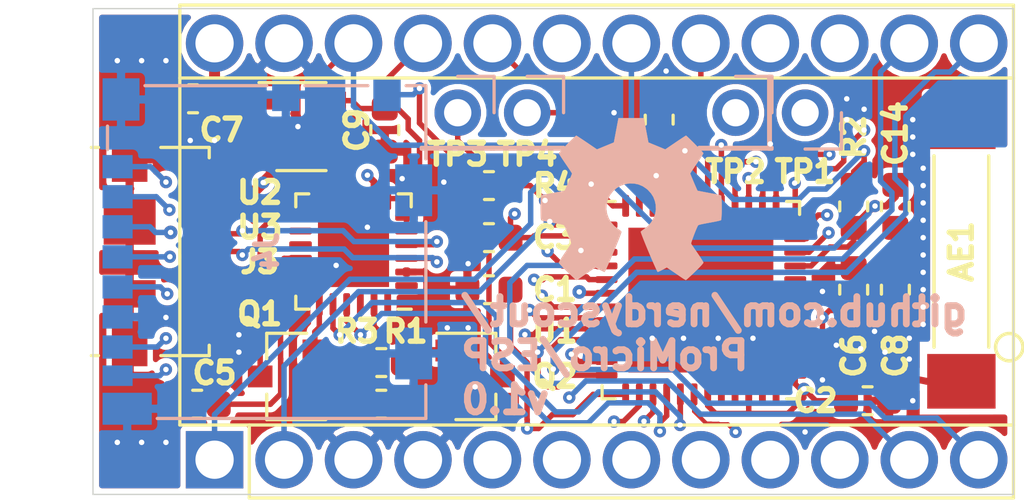
<source format=kicad_pcb>
(kicad_pcb (version 20171130) (host pcbnew 5.1.5)
  (title_block (title ProMicro_ESP) (date 2021-03-13) (rev v1.0) (company nerdyscout))
  (layers (0 F.Cu mixed) (1 In1.Cu signal) (2 In2.Cu signal) (31 B.Cu mixed) (34 B.Paste user hide) (35 F.Paste user hide) (36 B.SilkS user) (37 F.SilkS user) (38 B.Mask user hide) (39 F.Mask user hide) (44 Edge.Cuts user))
  (net 0 "")
  (net 1 GND)
  (net 2 +3V3)
  (net 3 TCK)
  (net 4 TMS)
  (net 5 TDO)
  (net 6 TDI)
  (net 7 SCK)
  (net 8 CS0)
  (net 9 ~RST)
  (net 10 INT)
  (net 11 BTN)
  (net 12 PWM)
  (net 13 STAT)
  (net 14 SCL)
  (net 15 SDA)
  (net 16 TXD)
  (net 17 RXD)
  (net 18 CS1)
  (net 19 D8)
  (net 20 CIPO)
  (net 21 COPI)
  (net 22 TXD2)
  (net 23 RXD2)
  (net 24 /DTR)
  (net 25 /RTS)
  (net 26 "Net-(Q1-Pad1)")
  (net 27 /GPIO0)
  (net 28 "Net-(Q2-Pad1)")
  (net 29 /VDDSDIO)
  (net 30 "Net-(TP1-Pad1)")
  (net 31 "Net-(TP2-Pad1)")
  (net 32 /GPIO2)
  (net 33 /D1)
  (net 34 /D0)
  (net 35 /CLK)
  (net 36 /D3)
  (net 37 /D2)
  (net 38 +5V)
  (net 39 "Net-(C5-Pad1)")
  (net 40 "Net-(J4-Pad10)")
  (net 41 /D+)
  (net 42 /D-)
  (net 43 "Net-(AE1-Pad1)")
  (net 44 "Net-(J3-Pad4)")
  (net 45 /CMD)
  (net 46 "Net-(U1-Pad48)")
  (net 47 "Net-(U1-Pad47)")
  (net 48 "Net-(U1-Pad45)")
  (net 49 "Net-(U1-Pad44)")
  (net 50 "Net-(U1-Pad8)")
  (net 51 "Net-(U1-Pad7)")
  (net 52 "Net-(U1-Pad6)")
  (net 53 "Net-(U1-Pad5)")
  (net 54 "Net-(U2-Pad4)")
  (net 55 "Net-(U3-Pad24)")
  (net 56 "Net-(U3-Pad22)")
  (net 57 "Net-(U3-Pad18)")
  (net 58 "Net-(U3-Pad17)")
  (net 59 "Net-(U3-Pad15)")
  (net 60 "Net-(U3-Pad14)")
  (net 61 "Net-(U3-Pad13)")
  (net 62 "Net-(U3-Pad12)")
  (net 63 "Net-(U3-Pad11)")
  (net 64 "Net-(U3-Pad9)")
  (net 65 "Net-(U3-Pad1)")
  (module lib:SMD_ANT9520 (layer F.Cu) (at 151.765 87.63 90)
    (fp_text reference AE1 (at 0 0 90) (layer F.SilkS) (effects (font (size 0.8 0.8) (thickness 0.2))))
    (fp_text value Antenna_Chip)
    (pad 1 smd rect (at -4.75 0 90) (size 2 2.5) (layers F.Cu F.Paste F.Mask) (net 43 "Net-(AE1-Pad1)"))
    (pad 2 smd rect (at 4.75 0 90) (size 2 2.5) (layers F.Cu F.Paste F.Mask) (net 1 GND))
  )
  (module Resistor_SMD:R_0603_1608Metric (layer F.Cu) (at 134.493 85.217 180)
    (fp_text reference R4 (at -2.413 0) (layer F.SilkS) (effects (font (size 0.8 0.8) (thickness 0.2))))
    (fp_text value 10k)
    (pad 1 smd roundrect (at -0.7875 0 180) (size 0.875 0.95) (layers F.Cu F.Paste F.Mask) (net 11 BTN))
    (pad 2 smd roundrect (at 0.7875 0 180) (size 0.875 0.95) (layers F.Cu F.Paste F.Mask) (net 40 "Net-(J4-Pad10)"))
  )
  (module Resistor_SMD:R_0603_1608Metric (layer F.Cu) (at 130.556 91.694 180)
    (fp_text reference R3 (at 0.889 1.143) (layer F.SilkS) (effects (font (size 0.8 0.8) (thickness 0.2))))
    (fp_text value 10k)
    (pad 2 smd roundrect (at 0.7875 0 180) (size 0.875 0.95) (layers F.Cu F.Paste F.Mask) (net 25 /RTS))
    (pad 1 smd roundrect (at -0.7875 0 180) (size 0.875 0.95) (layers F.Cu F.Paste F.Mask) (net 28 "Net-(Q2-Pad1)"))
  )
  (module Resistor_SMD:R_0603_1608Metric (layer F.Cu) (at 147.828 85.979 270)
    (fp_text reference R2 (at -2.54 0 90) (layer F.SilkS) (effects (font (size 0.8 0.8) (thickness 0.2))))
    (fp_text value 10k)
    (pad 2 smd roundrect (at 0.7875 0 270) (size 0.875 0.95) (layers F.Cu F.Paste F.Mask) (net 9 ~RST))
    (pad 1 smd roundrect (at -0.7875 0 270) (size 0.875 0.95) (layers F.Cu F.Paste F.Mask) (net 2 +3V3))
  )
  (module Resistor_SMD:R_0603_1608Metric (layer F.Cu) (at 130.556 93.218)
    (fp_text reference R1 (at 0.889 -2.667) (layer F.SilkS) (effects (font (size 0.8 0.8) (thickness 0.2))))
    (fp_text value 10k)
    (pad 2 smd roundrect (at 0.7875 0) (size 0.875 0.95) (layers F.Cu F.Paste F.Mask) (net 24 /DTR))
    (pad 1 smd roundrect (at -0.7875 0) (size 0.875 0.95) (layers F.Cu F.Paste F.Mask) (net 26 "Net-(Q1-Pad1)"))
  )
  (module Capacitor_SMD:C_0603_1608Metric (layer F.Cu) (at 149.352 85.979 270)
    (fp_text reference C14 (at -2.667 0 90) (layer F.SilkS) (effects (font (size 0.8 0.8) (thickness 0.2))))
    (fp_text value 1µ)
    (pad 2 smd roundrect (at 0.7875 0 270) (size 0.875 0.95) (layers F.Cu F.Paste F.Mask) (net 1 GND))
    (pad 1 smd roundrect (at -0.7875 0 270) (size 0.875 0.95) (layers F.Cu F.Paste F.Mask) (net 9 ~RST))
  )
  (module Capacitor_SMD:C_0603_1608Metric (layer F.Cu) (at 130.683 83.185 270)
    (fp_text reference C9 (at 0 1.016 90) (layer F.SilkS) (effects (font (size 0.8 0.8) (thickness 0.2))))
    (fp_text value 0.1n)
    (pad 2 smd roundrect (at 0.7875 0 270) (size 0.875 0.95) (layers F.Cu F.Paste F.Mask) (net 1 GND))
    (pad 1 smd roundrect (at -0.7875 0 270) (size 0.875 0.95) (layers F.Cu F.Paste F.Mask) (net 2 +3V3))
  )
  (module Capacitor_SMD:C_0603_1608Metric (layer F.Cu) (at 149.352 89.027 90)
    (fp_text reference C8 (at -2.413 0 90) (layer F.SilkS) (effects (font (size 0.8 0.8) (thickness 0.2))))
    (fp_text value 10n)
    (pad 2 smd roundrect (at 0.7875 0 90) (size 0.875 0.95) (layers F.Cu F.Paste F.Mask) (net 1 GND))
    (pad 1 smd roundrect (at -0.7875 0 90) (size 0.875 0.95) (layers F.Cu F.Paste F.Mask) (net 2 +3V3))
  )
  (module Capacitor_SMD:C_0603_1608Metric (layer F.Cu) (at 123.6725 82.042 180)
    (fp_text reference C7 (at -1.0415 -1.143) (layer F.SilkS) (effects (font (size 0.8 0.8) (thickness 0.2))))
    (fp_text value 1µ)
    (pad 2 smd roundrect (at 0.7875 0 180) (size 0.875 0.95) (layers F.Cu F.Paste F.Mask) (net 1 GND))
    (pad 1 smd roundrect (at -0.7875 0 180) (size 0.875 0.95) (layers F.Cu F.Paste F.Mask) (net 38 +5V))
  )
  (module Capacitor_SMD:C_0603_1608Metric (layer F.Cu) (at 147.828 89.027 90)
    (fp_text reference C6 (at -2.413 0 90) (layer F.SilkS) (effects (font (size 0.8 0.8) (thickness 0.2))))
    (fp_text value 100n)
    (pad 2 smd roundrect (at 0.7875 0 90) (size 0.875 0.95) (layers F.Cu F.Paste F.Mask) (net 1 GND))
    (pad 1 smd roundrect (at -0.7875 0 90) (size 0.875 0.95) (layers F.Cu F.Paste F.Mask) (net 2 +3V3))
  )
  (module Capacitor_SMD:C_0603_1608Metric (layer F.Cu) (at 123.825 93.218 180)
    (fp_text reference C5 (at -0.635 1.143) (layer F.SilkS) (effects (font (size 0.8 0.8) (thickness 0.2))))
    (fp_text value DNP)
    (pad 2 smd roundrect (at 0.7875 0 180) (size 0.875 0.95) (layers F.Cu F.Paste F.Mask) (net 1 GND))
    (pad 1 smd roundrect (at -0.7875 0 180) (size 0.875 0.95) (layers F.Cu F.Paste F.Mask) (net 39 "Net-(C5-Pad1)"))
  )
  (module Capacitor_SMD:C_0603_1608Metric (layer F.Cu) (at 140.716 82.804 90)
    (fp_text reference C4 (at -1.905 0 180) (layer F.SilkS) (effects (font (size 0.8 0.8) (thickness 0.2))))
    (fp_text value 100n)
    (pad 2 smd roundrect (at 0.7875 0 90) (size 0.875 0.95) (layers F.Cu F.Paste F.Mask) (net 1 GND))
    (pad 1 smd roundrect (at -0.7875 0 90) (size 0.875 0.95) (layers F.Cu F.Paste F.Mask) (net 2 +3V3))
  )
  (module Capacitor_SMD:C_0603_1608Metric (layer F.Cu) (at 134.493 87.122 180)
    (fp_text reference C3 (at -2.413 0) (layer F.SilkS) (effects (font (size 0.8 0.8) (thickness 0.2))))
    (fp_text value 0.1n)
    (pad 1 smd roundrect (at -0.7875 0 180) (size 0.875 0.95) (layers F.Cu F.Paste F.Mask) (net 29 /VDDSDIO))
    (pad 2 smd roundrect (at 0.7875 0 180) (size 0.875 0.95) (layers F.Cu F.Paste F.Mask) (net 1 GND))
  )
  (module Capacitor_SMD:C_0603_1608Metric (layer F.Cu) (at 148.336 93.091)
    (fp_text reference C2 (at -1.905 0 180) (layer F.SilkS) (effects (font (size 0.8 0.8) (thickness 0.2))))
    (fp_text value 1µ)
    (pad 2 smd roundrect (at 0.7875 0) (size 0.875 0.95) (layers F.Cu F.Paste F.Mask) (net 1 GND))
    (pad 1 smd roundrect (at -0.7875 0) (size 0.875 0.95) (layers F.Cu F.Paste F.Mask) (net 2 +3V3))
  )
  (module Capacitor_SMD:C_0603_1608Metric (layer F.Cu) (at 134.493 89.027 180)
    (fp_text reference C1 (at -2.413 0) (layer F.SilkS) (effects (font (size 0.8 0.8) (thickness 0.2))))
    (fp_text value 1µ)
    (pad 1 smd roundrect (at -0.7875 0 180) (size 0.875 0.95) (layers F.Cu F.Paste F.Mask) (net 2 +3V3))
    (pad 2 smd roundrect (at 0.7875 0 180) (size 0.875 0.95) (layers F.Cu F.Paste F.Mask) (net 1 GND))
  )
  (module Connector_PinHeader_2.54mm:PinHeader_1x01_P2.54mm_Vertical (layer B.Cu) (at 135.89 82.55 180)
    (fp_text reference TP4 (at 0 -1.524 180) (layer F.SilkS) (effects (font (size 0.8 0.8) (thickness 0.2))))
    (fp_text value GPIO2)
    (pad 1 thru_hole circle (at 0 0 180) (size 1.7 1.7) (drill 1) (layers *.Cu *.Mask) (net 32 /GPIO2))
  )
  (module Connector_PinHeader_2.54mm:PinHeader_1x01_P2.54mm_Vertical (layer B.Cu) (at 133.35 82.55 180)
    (fp_text reference TP3 (at 0 -1.524) (layer F.SilkS) (effects (font (size 0.8 0.8) (thickness 0.2))))
    (fp_text value GPIO0)
    (pad 1 thru_hole circle (at 0 0 180) (size 1.7 1.7) (drill 1) (layers *.Cu *.Mask) (net 27 /GPIO0))
  )
  (module Connector_PinHeader_2.54mm:PinHeader_1x01_P2.54mm_Vertical (layer B.Cu) (at 143.51 82.55 180)
    (fp_text reference TP2 (at 0 -2.159) (layer F.SilkS) (effects (font (size 0.8 0.8) (thickness 0.2))))
    (fp_text value GPIO22)
    (pad 1 thru_hole circle (at 0 0 180) (size 1.7 1.7) (drill 1) (layers *.Cu *.Mask) (net 31 "Net-(TP2-Pad1)"))
  )
  (module Connector_PinHeader_2.54mm:PinHeader_1x01_P2.54mm_Vertical (layer B.Cu) (at 146.05 82.55 90)
    (fp_text reference TP1 (at -2.159 0) (layer F.SilkS) (effects (font (size 0.8 0.8) (thickness 0.2))))
    (fp_text value GPIO21)
    (pad 1 thru_hole circle (at 0 0 90) (size 1.7 1.7) (drill 1) (layers *.Cu *.Mask) (net 30 "Net-(TP1-Pad1)"))
  )
  (module Connector_USB:USB_Micro-B_Molex_47346-0001 (layer F.Cu) (at 122.555 87.63 270)
    (fp_text reference J3 (at 0.381 -3.556) (layer F.SilkS) (effects (font (size 0.8 0.8) (thickness 0.2))))
    (fp_text value USB_B_Micro)
    (pad 6 smd rect (at 1.55 1.2 270) (size 1 1.9) (layers F.Cu F.Paste F.Mask) (net 1 GND))
    (pad 6 smd rect (at -1.15 1.2 270) (size 1.8 1.9) (layers F.Cu F.Paste F.Mask) (net 1 GND))
    (pad 6 smd rect (at 3.375 1.2 270) (size 1.65 1.3) (layers F.Cu F.Paste F.Mask) (net 1 GND))
    (pad 6 smd rect (at -3.375 1.2 270) (size 1.65 1.3) (layers F.Cu F.Paste F.Mask) (net 1 GND))
    (pad 6 smd rect (at 2.4875 -1.375 270) (size 1.425 1.55) (layers F.Cu F.Paste F.Mask) (net 1 GND))
    (pad 6 smd rect (at -2.4875 -1.375 270) (size 1.425 1.55) (layers F.Cu F.Paste F.Mask) (net 1 GND))
    (pad 5 smd rect (at 1.3 -1.46 270) (size 0.45 1.38) (layers F.Cu F.Paste F.Mask) (net 1 GND))
    (pad 4 smd rect (at 0.65 -1.46 270) (size 0.45 1.38) (layers F.Cu F.Paste F.Mask) (net 44 "Net-(J3-Pad4)"))
    (pad 3 smd rect (at 0 -1.46 270) (size 0.45 1.38) (layers F.Cu F.Paste F.Mask) (net 41 /D+))
    (pad 2 smd rect (at -0.65 -1.46 270) (size 0.45 1.38) (layers F.Cu F.Paste F.Mask) (net 42 /D-))
    (pad 1 smd rect (at -1.3 -1.46 270) (size 0.45 1.38) (layers F.Cu F.Paste F.Mask) (net 38 +5V))
  )
  (module Package_TO_SOT_SMD:SOT-23-5 (layer F.Cu) (at 127.635 83.058)
    (fp_text reference U2 (at -1.524 2.413 180) (layer F.SilkS) (effects (font (size 0.8 0.8) (thickness 0.2))))
    (fp_text value AP2112K-3.3)
    (pad 5 smd rect (at 1.1 -0.95) (size 1.06 0.65) (layers F.Cu F.Paste F.Mask) (net 2 +3V3))
    (pad 4 smd rect (at 1.1 0.95) (size 1.06 0.65) (layers F.Cu F.Paste F.Mask) (net 54 "Net-(U2-Pad4)"))
    (pad 3 smd rect (at -1.1 0.95) (size 1.06 0.65) (layers F.Cu F.Paste F.Mask) (net 38 +5V))
    (pad 2 smd rect (at -1.1 0) (size 1.06 0.65) (layers F.Cu F.Paste F.Mask) (net 1 GND))
    (pad 1 smd rect (at -1.1 -0.95) (size 1.06 0.65) (layers F.Cu F.Paste F.Mask) (net 38 +5V))
  )
  (module Package_TO_SOT_SMD:SOT-23 (layer F.Cu) (at 133.985 92.202)
    (fp_text reference Q2 (at 2.921 0 180) (layer F.SilkS) (effects (font (size 0.8 0.8) (thickness 0.2))))
    (fp_text value mmbt2222)
    (pad 3 smd rect (at 1 0) (size 0.9 0.8) (layers F.Cu F.Paste F.Mask) (net 27 /GPIO0))
    (pad 2 smd rect (at -1 0.95) (size 0.9 0.8) (layers F.Cu F.Paste F.Mask) (net 24 /DTR))
    (pad 1 smd rect (at -1 -0.95) (size 0.9 0.8) (layers F.Cu F.Paste F.Mask) (net 28 "Net-(Q2-Pad1)"))
  )
  (module Package_TO_SOT_SMD:SOT-23 (layer F.Cu) (at 127.127 92.202 180)
    (fp_text reference Q1 (at 1.016 2.286 180) (layer F.SilkS) (effects (font (size 0.8 0.8) (thickness 0.2))))
    (fp_text value mmbt2222)
    (pad 3 smd rect (at 1 0 180) (size 0.9 0.8) (layers F.Cu F.Paste F.Mask) (net 9 ~RST))
    (pad 2 smd rect (at -1 0.95 180) (size 0.9 0.8) (layers F.Cu F.Paste F.Mask) (net 25 /RTS))
    (pad 1 smd rect (at -1 -0.95 180) (size 0.9 0.8) (layers F.Cu F.Paste F.Mask) (net 26 "Net-(Q1-Pad1)"))
  )
  (module Connector_Card:microSD_HC_Molex_104031-0811 (layer B.Cu) (at 126.365 87.63 270)
    (fp_text reference J4 (at 0 0 270) (layer B.SilkS) (effects (font (size 0.8 0.8) (thickness 0.2)) (justify mirror)))
    (fp_text value Micro_SD_Card_Det)
    (pad 1 smd rect (at -3.105 5.45 270) (size 0.85 1.1) (layers B.Cu B.Paste B.Mask) (net 37 /D2))
    (pad 8 smd rect (at 4.545 5.45 270) (size 0.75 1.1) (layers B.Cu B.Paste B.Mask) (net 33 /D1))
    (pad 2 smd rect (at -2.005 5.45 270) (size 0.85 1.1) (layers B.Cu B.Paste B.Mask) (net 36 /D3))
    (pad 3 smd rect (at -0.905 5.45 270) (size 0.85 1.1) (layers B.Cu B.Paste B.Mask) (net 45 /CMD))
    (pad 4 smd rect (at 0.195 5.45 270) (size 0.85 1.1) (layers B.Cu B.Paste B.Mask) (net 29 /VDDSDIO))
    (pad 5 smd rect (at 1.295 5.45 270) (size 0.85 1.1) (layers B.Cu B.Paste B.Mask) (net 35 /CLK))
    (pad 6 smd rect (at 2.395 5.45 270) (size 0.85 1.1) (layers B.Cu B.Paste B.Mask) (net 1 GND))
    (pad 7 smd rect (at 3.495 5.45 270) (size 0.85 1.1) (layers B.Cu B.Paste B.Mask) (net 34 /D0))
    (pad 11 smd rect (at 5.755 5.1 270) (size 1.17 1.8) (layers B.Cu B.Paste B.Mask) (net 1 GND))
    (pad 11 smd rect (at -5.565 5.325 270) (size 1.55 1.35) (layers B.Cu B.Paste B.Mask) (net 1 GND))
    (pad 10 smd rect (at -5.74 -4.4 270) (size 1.2 1) (layers B.Cu B.Paste B.Mask) (net 40 "Net-(J4-Pad10)"))
    (pad 9 smd rect (at -5.74 -0.7 270) (size 1.2 1) (layers B.Cu B.Paste B.Mask) (net 1 GND))
    (pad 11 smd rect (at -2.24 -5.375 270) (size 1.9 1.35) (layers B.Cu B.Paste B.Mask) (net 1 GND))
    (pad 11 smd rect (at 3.73 -5.375 270) (size 1.9 1.35) (layers B.Cu B.Paste B.Mask) (net 1 GND))
  )
  (module Package_DFN_QFN:QFN-24-1EP_4x4mm_P0.5mm_EP2.6x2.6mm (layer F.Cu) (at 129.54 87.63 180)
    (fp_text reference U3 (at 3.429 0.889) (layer F.SilkS) (effects (font (size 0.8 0.8) (thickness 0.2))))
    (fp_text value CP2104)
    (pad 25 smd rect (at 0 0 180) (size 2.6 2.6) (layers F.Cu F.Mask) (net 1 GND))
    (pad 24 smd roundrect (at -1.25 -1.9375 180) (size 0.25 0.825) (layers F.Cu F.Paste F.Mask) (net 55 "Net-(U3-Pad24)"))
    (pad 23 smd roundrect (at -0.75 -1.9375 180) (size 0.25 0.825) (layers F.Cu F.Paste F.Mask) (net 24 /DTR))
    (pad 22 smd roundrect (at -0.25 -1.9375 180) (size 0.25 0.825) (layers F.Cu F.Paste F.Mask) (net 56 "Net-(U3-Pad22)"))
    (pad 21 smd roundrect (at 0.25 -1.9375 180) (size 0.25 0.825) (layers F.Cu F.Paste F.Mask) (net 17 RXD))
    (pad 20 smd roundrect (at 0.75 -1.9375 180) (size 0.25 0.825) (layers F.Cu F.Paste F.Mask) (net 16 TXD))
    (pad 19 smd roundrect (at 1.25 -1.9375 180) (size 0.25 0.825) (layers F.Cu F.Paste F.Mask) (net 25 /RTS))
    (pad 18 smd roundrect (at 1.9375 -1.25 180) (size 0.825 0.25) (layers F.Cu F.Paste F.Mask) (net 57 "Net-(U3-Pad18)"))
    (pad 17 smd roundrect (at 1.9375 -0.75 180) (size 0.825 0.25) (layers F.Cu F.Paste F.Mask) (net 58 "Net-(U3-Pad17)"))
    (pad 16 smd roundrect (at 1.9375 -0.25 180) (size 0.825 0.25) (layers F.Cu F.Paste F.Mask) (net 39 "Net-(C5-Pad1)"))
    (pad 15 smd roundrect (at 1.9375 0.25 180) (size 0.825 0.25) (layers F.Cu F.Paste F.Mask) (net 59 "Net-(U3-Pad15)"))
    (pad 14 smd roundrect (at 1.9375 0.75 180) (size 0.825 0.25) (layers F.Cu F.Paste F.Mask) (net 60 "Net-(U3-Pad14)"))
    (pad 13 smd roundrect (at 1.9375 1.25 180) (size 0.825 0.25) (layers F.Cu F.Paste F.Mask) (net 61 "Net-(U3-Pad13)"))
    (pad 12 smd roundrect (at 1.25 1.9375 180) (size 0.25 0.825) (layers F.Cu F.Paste F.Mask) (net 62 "Net-(U3-Pad12)"))
    (pad 11 smd roundrect (at 0.75 1.9375 180) (size 0.25 0.825) (layers F.Cu F.Paste F.Mask) (net 63 "Net-(U3-Pad11)"))
    (pad 10 smd roundrect (at 0.25 1.9375 180) (size 0.25 0.825) (layers F.Cu F.Paste F.Mask) (net 2 +3V3))
    (pad 9 smd roundrect (at -0.25 1.9375 180) (size 0.25 0.825) (layers F.Cu F.Paste F.Mask) (net 64 "Net-(U3-Pad9)"))
    (pad 8 smd roundrect (at -0.75 1.9375 180) (size 0.25 0.825) (layers F.Cu F.Paste F.Mask) (net 38 +5V))
    (pad 7 smd roundrect (at -1.25 1.9375 180) (size 0.25 0.825) (layers F.Cu F.Paste F.Mask) (net 2 +3V3))
    (pad 6 smd roundrect (at -1.9375 1.25 180) (size 0.825 0.25) (layers F.Cu F.Paste F.Mask) (net 2 +3V3))
    (pad 5 smd roundrect (at -1.9375 0.75 180) (size 0.825 0.25) (layers F.Cu F.Paste F.Mask) (net 2 +3V3))
    (pad 4 smd roundrect (at -1.9375 0.25 180) (size 0.825 0.25) (layers F.Cu F.Paste F.Mask) (net 42 /D-))
    (pad 3 smd roundrect (at -1.9375 -0.25 180) (size 0.825 0.25) (layers F.Cu F.Paste F.Mask) (net 41 /D+))
    (pad 2 smd roundrect (at -1.9375 -0.75 180) (size 0.825 0.25) (layers F.Cu F.Paste F.Mask) (net 1 GND))
    (pad 1 smd roundrect (at -1.9375 -1.25 180) (size 0.825 0.25) (layers F.Cu F.Paste F.Mask) (net 65 "Net-(U3-Pad1)"))
  )
  (module lib:ProMicro (layer F.Cu) (at 124.46 95.25 90)
    (fp_text reference A1 hide)
    (fp_text value Sparkfun_Pro_Micro)
    (pad 24 thru_hole circle (at 15.24 0 90) (size 2.1 2.1) (drill 1.4) (layers *.Cu *.Mask) (net 38 +5V))
    (pad 23 thru_hole circle (at 15.24 2.54 90) (size 2.1 2.1) (drill 1.4) (layers *.Cu *.Mask) (net 1 GND))
    (pad 22 thru_hole circle (at 15.24 5.08 90) (size 2.1 2.1) (drill 1.4) (layers *.Cu *.Mask) (net 9 ~RST))
    (pad 12 thru_hole circle (at 0 27.94 90) (size 2.1 2.1) (drill 1.4) (layers *.Cu *.Mask) (net 18 CS1))
    (pad 21 thru_hole circle (at 15.24 7.62 90) (size 2.1 2.1) (drill 1.4) (layers *.Cu *.Mask) (net 2 +3V3))
    (pad 11 thru_hole circle (at 0 25.4 90) (size 2.1 2.1) (drill 1.4) (layers *.Cu *.Mask) (net 19 D8))
    (pad 20 thru_hole circle (at 15.24 10.16 90) (size 2.1 2.1) (drill 1.4) (layers *.Cu *.Mask) (net 3 TCK))
    (pad 10 thru_hole circle (at 0 22.86 90) (size 2.1 2.1) (drill 1.4) (layers *.Cu *.Mask) (net 10 INT))
    (pad 19 thru_hole circle (at 15.24 12.7 90) (size 2.1 2.1) (drill 1.4) (layers *.Cu *.Mask) (net 4 TMS))
    (pad 9 thru_hole circle (at 0 20.32 90) (size 2.1 2.1) (drill 1.4) (layers *.Cu *.Mask) (net 11 BTN))
    (pad 18 thru_hole circle (at 15.24 15.24 90) (size 2.1 2.1) (drill 1.4) (layers *.Cu *.Mask) (net 5 TDO))
    (pad 8 thru_hole circle (at 0 17.78 90) (size 2.1 2.1) (drill 1.4) (layers *.Cu *.Mask) (net 12 PWM))
    (pad 17 thru_hole circle (at 15.24 17.78 90) (size 2.1 2.1) (drill 1.4) (layers *.Cu *.Mask) (net 6 TDI))
    (pad 7 thru_hole circle (at 0 15.24 90) (size 2.1 2.1) (drill 1.4) (layers *.Cu *.Mask) (net 13 STAT))
    (pad 16 thru_hole circle (at 15.24 20.32 90) (size 2.1 2.1) (drill 1.4) (layers *.Cu *.Mask) (net 7 SCK))
    (pad 6 thru_hole circle (at 0 12.7 90) (size 2.1 2.1) (drill 1.4) (layers *.Cu *.Mask) (net 14 SCL))
    (pad 15 thru_hole circle (at 15.24 22.86 90) (size 2.1 2.1) (drill 1.4) (layers *.Cu *.Mask) (net 20 CIPO))
    (pad 5 thru_hole circle (at 0 10.16 90) (size 2.1 2.1) (drill 1.4) (layers *.Cu *.Mask) (net 15 SDA))
    (pad 14 thru_hole circle (at 15.24 25.4 90) (size 2.1 2.1) (drill 1.4) (layers *.Cu *.Mask) (net 21 COPI))
    (pad 4 thru_hole circle (at 0 7.62 90) (size 2.1 2.1) (drill 1.4) (layers *.Cu *.Mask) (net 1 GND))
    (pad 13 thru_hole circle (at 15.24 27.94 90) (size 2.1 2.1) (drill 1.4) (layers *.Cu *.Mask) (net 8 CS0))
    (pad 3 thru_hole circle (at 0 5.08 90) (size 2.1 2.1) (drill 1.4) (layers *.Cu *.Mask) (net 1 GND))
    (pad 2 thru_hole circle (at 0 2.54 90) (size 2.1 2.1) (drill 1.4) (layers *.Cu *.Mask) (net 23 RXD2))
    (pad 1 thru_hole rect (at 0 0 90) (size 2.1 2.1) (drill 1.4) (layers *.Cu *.Mask) (net 22 TXD2))
  )
  (module Package_DFN_QFN:QFN-48-1EP_7x7mm_P0.5mm_EP5.3x5.3mm (layer F.Cu) (at 142.24 89.408 180)
    (fp_text reference U1 (at 5.334 -1.143 180) (layer F.SilkS) (effects (font (size 0.8 0.8) (thickness 0.2))))
    (fp_text value ESP32-PICO-D4)
    (pad 49 smd rect (at 0 0 180) (size 5.3 5.3) (layers F.Cu F.Mask) (net 1 GND))
    (pad 48 smd roundrect (at -2.75 -3.45 180) (size 0.25 0.8) (layers F.Cu F.Paste F.Mask) (net 46 "Net-(U1-Pad48)"))
    (pad 47 smd roundrect (at -2.25 -3.45 180) (size 0.25 0.8) (layers F.Cu F.Paste F.Mask) (net 47 "Net-(U1-Pad47)"))
    (pad 46 smd roundrect (at -1.75 -3.45 180) (size 0.25 0.8) (layers F.Cu F.Paste F.Mask) (net 2 +3V3))
    (pad 45 smd roundrect (at -1.25 -3.45 180) (size 0.25 0.8) (layers F.Cu F.Paste F.Mask) (net 48 "Net-(U1-Pad45)"))
    (pad 44 smd roundrect (at -0.75 -3.45 180) (size 0.25 0.8) (layers F.Cu F.Paste F.Mask) (net 49 "Net-(U1-Pad44)"))
    (pad 43 smd roundrect (at -0.25 -3.45 180) (size 0.25 0.8) (layers F.Cu F.Paste F.Mask) (net 2 +3V3))
    (pad 42 smd roundrect (at 0.25 -3.45 180) (size 0.25 0.8) (layers F.Cu F.Paste F.Mask) (net 30 "Net-(TP1-Pad1)"))
    (pad 41 smd roundrect (at 0.75 -3.45 180) (size 0.25 0.8) (layers F.Cu F.Paste F.Mask) (net 16 TXD))
    (pad 40 smd roundrect (at 1.25 -3.45 180) (size 0.25 0.8) (layers F.Cu F.Paste F.Mask) (net 17 RXD))
    (pad 39 smd roundrect (at 1.75 -3.45 180) (size 0.25 0.8) (layers F.Cu F.Paste F.Mask) (net 31 "Net-(TP2-Pad1)"))
    (pad 38 smd roundrect (at 2.25 -3.45 180) (size 0.25 0.8) (layers F.Cu F.Paste F.Mask) (net 20 CIPO))
    (pad 37 smd roundrect (at 2.75 -3.45 180) (size 0.25 0.8) (layers F.Cu F.Paste F.Mask) (net 2 +3V3))
    (pad 36 smd roundrect (at 3.45 -2.75 180) (size 0.8 0.25) (layers F.Cu F.Paste F.Mask) (net 21 COPI))
    (pad 35 smd roundrect (at 3.45 -2.25 180) (size 0.8 0.25) (layers F.Cu F.Paste F.Mask) (net 7 SCK))
    (pad 34 smd roundrect (at 3.45 -1.75 180) (size 0.8 0.25) (layers F.Cu F.Paste F.Mask) (net 8 CS0))
    (pad 33 smd roundrect (at 3.45 -1.25 180) (size 0.8 0.25) (layers F.Cu F.Paste F.Mask) (net 33 /D1))
    (pad 32 smd roundrect (at 3.45 -0.75 180) (size 0.8 0.25) (layers F.Cu F.Paste F.Mask) (net 34 /D0))
    (pad 31 smd roundrect (at 3.45 -0.25 180) (size 0.8 0.25) (layers F.Cu F.Paste F.Mask) (net 35 /CLK))
    (pad 30 smd roundrect (at 3.45 0.25 180) (size 0.8 0.25) (layers F.Cu F.Paste F.Mask) (net 45 /CMD))
    (pad 29 smd roundrect (at 3.45 0.75 180) (size 0.8 0.25) (layers F.Cu F.Paste F.Mask) (net 36 /D3))
    (pad 28 smd roundrect (at 3.45 1.25 180) (size 0.8 0.25) (layers F.Cu F.Paste F.Mask) (net 37 /D2))
    (pad 27 smd roundrect (at 3.45 1.75 180) (size 0.8 0.25) (layers F.Cu F.Paste F.Mask) (net 22 TXD2))
    (pad 26 smd roundrect (at 3.45 2.25 180) (size 0.8 0.25) (layers F.Cu F.Paste F.Mask) (net 29 /VDDSDIO))
    (pad 25 smd roundrect (at 3.45 2.75 180) (size 0.8 0.25) (layers F.Cu F.Paste F.Mask) (net 23 RXD2))
    (pad 24 smd roundrect (at 2.75 3.45 180) (size 0.25 0.8) (layers F.Cu F.Paste F.Mask) (net 18 CS1))
    (pad 23 smd roundrect (at 2.25 3.45 180) (size 0.25 0.8) (layers F.Cu F.Paste F.Mask) (net 27 /GPIO0))
    (pad 22 smd roundrect (at 1.75 3.45 180) (size 0.25 0.8) (layers F.Cu F.Paste F.Mask) (net 32 /GPIO2))
    (pad 21 smd roundrect (at 1.25 3.45 180) (size 0.25 0.8) (layers F.Cu F.Paste F.Mask) (net 5 TDO))
    (pad 20 smd roundrect (at 0.75 3.45 180) (size 0.25 0.8) (layers F.Cu F.Paste F.Mask) (net 3 TCK))
    (pad 19 smd roundrect (at 0.25 3.45 180) (size 0.25 0.8) (layers F.Cu F.Paste F.Mask) (net 2 +3V3))
    (pad 18 smd roundrect (at -0.25 3.45 180) (size 0.25 0.8) (layers F.Cu F.Paste F.Mask) (net 6 TDI))
    (pad 17 smd roundrect (at -0.75 3.45 180) (size 0.25 0.8) (layers F.Cu F.Paste F.Mask) (net 4 TMS))
    (pad 16 smd roundrect (at -1.25 3.45 180) (size 0.25 0.8) (layers F.Cu F.Paste F.Mask) (net 19 D8))
    (pad 15 smd roundrect (at -1.75 3.45 180) (size 0.25 0.8) (layers F.Cu F.Paste F.Mask) (net 13 STAT))
    (pad 14 smd roundrect (at -2.25 3.45 180) (size 0.25 0.8) (layers F.Cu F.Paste F.Mask) (net 11 BTN))
    (pad 13 smd roundrect (at -2.75 3.45 180) (size 0.25 0.8) (layers F.Cu F.Paste F.Mask) (net 10 INT))
    (pad 12 smd roundrect (at -3.45 2.75 180) (size 0.8 0.25) (layers F.Cu F.Paste F.Mask) (net 12 PWM))
    (pad 11 smd roundrect (at -3.45 2.25 180) (size 0.8 0.25) (layers F.Cu F.Paste F.Mask) (net 15 SDA))
    (pad 10 smd roundrect (at -3.45 1.75 180) (size 0.8 0.25) (layers F.Cu F.Paste F.Mask) (net 14 SCL))
    (pad 9 smd roundrect (at -3.45 1.25 180) (size 0.8 0.25) (layers F.Cu F.Paste F.Mask) (net 9 ~RST))
    (pad 8 smd roundrect (at -3.45 0.75 180) (size 0.8 0.25) (layers F.Cu F.Paste F.Mask) (net 50 "Net-(U1-Pad8)"))
    (pad 7 smd roundrect (at -3.45 0.25 180) (size 0.8 0.25) (layers F.Cu F.Paste F.Mask) (net 51 "Net-(U1-Pad7)"))
    (pad 6 smd roundrect (at -3.45 -0.25 180) (size 0.8 0.25) (layers F.Cu F.Paste F.Mask) (net 52 "Net-(U1-Pad6)"))
    (pad 5 smd roundrect (at -3.45 -0.75 180) (size 0.8 0.25) (layers F.Cu F.Paste F.Mask) (net 53 "Net-(U1-Pad5)"))
    (pad 4 smd roundrect (at -3.45 -1.25 180) (size 0.8 0.25) (layers F.Cu F.Paste F.Mask) (net 2 +3V3))
    (pad 3 smd roundrect (at -3.45 -1.75 180) (size 0.8 0.25) (layers F.Cu F.Paste F.Mask) (net 2 +3V3))
    (pad 2 smd roundrect (at -3.45 -2.25 180) (size 0.8 0.25) (layers F.Cu F.Paste F.Mask) (net 43 "Net-(AE1-Pad1)"))
    (pad 1 smd roundrect (at -3.45 -2.75 180) (size 0.8 0.25) (layers F.Cu F.Paste F.Mask) (net 2 +3V3))
  )
  (module Symbol:OSHW-Symbol_6.7x6mm_SilkScreen (layer B.Cu) (at 139.7 85.725 180)
    (fp_text reference LOGO1 hide)
    (fp_text value Logo_Open_Hardware_Small hide)
  )
  (gr_text "github.com/nerdyscout/\nProMicro/ESP\nv1.0" (at 133.35 91.44) (layer B.SilkS) (effects (font (size 1 1) (thickness 0.25)) (justify right mirror)))
  (gr_line (start 120.015 78.74) (end 120.015 96.52) (layer Edge.Cuts) (width 0.05))
  (gr_line (start 153.67 78.74) (end 120.015 78.74) (layer Edge.Cuts) (width 0.05))
  (gr_line (start 153.67 96.52) (end 153.67 78.74) (layer Edge.Cuts) (width 0.05))
  (gr_line (start 120.015 96.52) (end 153.67 96.52) (layer Edge.Cuts) (width 0.05))
  (via (at 142.875 90.805) (size 0.5) (drill 0.2) (layers F.Cu B.Cu) (net 1))
  (via (at 146.685 89.0905) (size 0.45) (drill 0.2) (layers F.Cu B.Cu) (net 1))
  (via (at 147.193 91.059) (size 0.45) (drill 0.2) (layers F.Cu B.Cu) (net 1))
  (via (at 148.082 91.186) (size 0.45) (drill 0.2) (layers F.Cu B.Cu) (net 1))
  (via (at 148.971 91.313) (size 0.45) (drill 0.2) (layers F.Cu B.Cu) (net 1))
  (via (at 149.86 90.805) (size 0.45) (drill 0.2) (layers F.Cu B.Cu) (net 1))
  (via (at 150.368 89.027) (size 0.45) (drill 0.2) (layers F.Cu B.Cu) (net 1))
  (via (at 150.368 89.662) (size 0.45) (drill 0.2) (layers F.Cu B.Cu) (net 1))
  (via (at 150.368 90.297) (size 0.45) (drill 0.2) (layers F.Cu B.Cu) (net 1))
  (via (at 150.368 88.392) (size 0.45) (drill 0.2) (layers F.Cu B.Cu) (net 1))
  (via (at 150.368 87.757) (size 0.45) (drill 0.2) (layers F.Cu B.Cu) (net 1))
  (via (at 150.368 87.122) (size 0.45) (drill 0.2) (layers F.Cu B.Cu) (net 1))
  (via (at 150.368 86.487) (size 0.45) (drill 0.2) (layers F.Cu B.Cu) (net 1))
  (via (at 150.368 85.852) (size 0.45) (drill 0.2) (layers F.Cu B.Cu) (net 1))
  (via (at 150.368 85.217) (size 0.45) (drill 0.2) (layers F.Cu B.Cu) (net 1))
  (via (at 150.368 84.582) (size 0.45) (drill 0.2) (layers F.Cu B.Cu) (net 1))
  (via (at 149.987 93.091) (size 0.45) (drill 0.2) (layers F.Cu B.Cu) (net 1))
  (via (at 149.987 84.074) (size 0.45) (drill 0.2) (layers F.Cu B.Cu) (net 1))
  (via (at 149.987 83.439) (size 0.45) (drill 0.2) (layers F.Cu B.Cu) (net 1))
  (via (at 149.987 82.804) (size 0.45) (drill 0.2) (layers F.Cu B.Cu) (net 1))
  (via (at 149.86 91.567) (size 0.45) (drill 0.2) (layers F.Cu B.Cu) (net 1))
  (via (at 146.05 94.234) (size 0.45) (drill 0.2) (layers F.Cu B.Cu) (net 1))
  (via (at 122.682 90.043) (size 0.45) (drill 0.2) (layers F.Cu B.Cu) (net 1))
  (via (at 120.904 94.615) (size 0.45) (drill 0.2) (layers F.Cu B.Cu) (net 1))
  (via (at 121.793 94.615) (size 0.45) (drill 0.2) (layers F.Cu B.Cu) (net 1))
  (via (at 122.682 94.615) (size 0.45) (drill 0.2) (layers F.Cu B.Cu) (net 1))
  (via (at 120.904 80.645) (size 0.45) (drill 0.2) (layers F.Cu B.Cu) (net 1))
  (via (at 121.793 80.645) (size 0.45) (drill 0.2) (layers F.Cu B.Cu) (net 1))
  (via (at 122.682 80.645) (size 0.45) (drill 0.2) (layers F.Cu B.Cu) (net 1))
  (via (at 146.685 92.329) (size 0.45) (drill 0.2) (layers F.Cu B.Cu) (net 1))
  (via (at 132.969 90.424) (size 0.45) (drill 0.2) (layers F.Cu B.Cu) (net 1))
  (via (at 128.905 88.138) (size 0.45) (drill 0.2) (layers F.Cu B.Cu) (net 1))
  (via (at 130.048 86.741) (size 0.45) (drill 0.2) (layers F.Cu B.Cu) (net 1))
  (via (at 141.605 90.805) (size 0.45) (drill 0.2) (layers F.Cu B.Cu) (net 1))
  (via (at 132.842 85.09) (size 0.45) (drill 0.2) (layers F.Cu B.Cu) (net 1))
  (via (at 125.349 90.678) (size 0.45) (drill 0.2) (layers F.Cu B.Cu) (net 1))
  (via (at 125.349 91.313) (size 0.45) (drill 0.2) (layers F.Cu B.Cu) (net 1))
  (via (at 124.46 83.566) (size 0.45) (drill 0.2) (layers F.Cu B.Cu) (net 1))
  (via (at 123.571 83.566) (size 0.45) (drill 0.2) (layers F.Cu B.Cu) (net 1))
  (via (at 147.574 82.804) (size 0.45) (drill 0.2) (layers F.Cu B.Cu) (net 1))
  (via (at 148.59 90.551) (size 0.45) (drill 0.2) (layers F.Cu B.Cu) (net 1))
  (via (at 133.731 90.424) (size 0.45) (drill 0.2) (layers F.Cu B.Cu) (net 1))
  (via (at 131.318 84.963) (size 0.45) (drill 0.2) (layers F.Cu B.Cu) (net 1))
  (via (at 147.574 82.042) (size 0.45) (drill 0.2) (layers F.Cu B.Cu) (net 1))
  (via (at 148.209 82.423) (size 0.45) (drill 0.2) (layers F.Cu B.Cu) (net 1))
  (via (at 133.985 92.583) (size 0.45) (drill 0.2) (layers F.Cu B.Cu) (net 1))
  (via (at 144.145 90.805) (size 0.5) (drill 0.2) (layers F.Cu B.Cu) (net 1))
  (via (at 140.462 90.805) (size 0.45) (drill 0.2) (layers F.Cu B.Cu) (net 1))
  (via (at 140.97 81.026) (size 0.5) (drill 0.2) (layers F.Cu B.Cu) (net 1))
  (via (at 139.065 82.55) (size 0.5) (drill 0.2) (layers F.Cu B.Cu) (net 1))
  (via (at 133.731 88.0745) (size 0.5) (drill 0.2) (layers F.Cu B.Cu) (net 1))
  (via (at 144.78 83.693) (size 0.45) (drill 0.2) (layers F.Cu B.Cu) (net 1))
  (via (at 127.508 83.058) (size 0.5) (drill 0.2) (layers F.Cu B.Cu) (net 1))
  (via (at 146.685 90.043) (size 0.45) (drill 0.2) (layers F.Cu B.Cu) (net 2))
  (segment (start 146.939 89.789) (end 146.685 90.043) (width 0.2) (layer F.Cu) (net 2))
  (segment (start 147.828 89.789) (end 146.939 89.789) (width 0.2) (layer F.Cu) (net 2))
  (segment (start 147.828 89.8145) (end 147.828 89.789) (width 0.2) (layer F.Cu) (net 2))
  (segment (start 147.828 89.8145) (end 149.352 89.8145) (width 0.2) (layer F.Cu) (net 2))
  (segment (start 131.4775 86.88) (end 131.4775 86.38) (width 0.2) (layer F.Cu) (net 2))
  (segment (start 130.683 81.407) (end 132.08 80.01) (width 0.2) (layer F.Cu) (net 2))
  (segment (start 130.683 82.3975) (end 130.683 81.407) (width 0.2) (layer F.Cu) (net 2))
  (segment (start 129.8195 82.3975) (end 130.683 82.3975) (width 0.2) (layer F.Cu) (net 2))
  (segment (start 129.794 82.423) (end 129.8195 82.3975) (width 0.2) (layer F.Cu) (net 2))
  (segment (start 129.565001 82.651999) (end 129.794 82.423) (width 0.2) (layer F.Cu) (net 2))
  (segment (start 129.565001 84.565) (end 129.565001 82.651999) (width 0.2) (layer F.Cu) (net 2))
  (segment (start 129.29 84.840001) (end 129.565001 84.565) (width 0.2) (layer F.Cu) (net 2))
  (segment (start 129.29 85.6925) (end 129.29 84.840001) (width 0.2) (layer F.Cu) (net 2))
  (segment (start 129.479 82.108) (end 129.794 82.423) (width 0.2) (layer F.Cu) (net 2))
  (segment (start 128.735 82.108) (end 129.479 82.108) (width 0.2) (layer F.Cu) (net 2))
  (via (at 148.209 83.947) (size 0.45) (drill 0.2) (layers F.Cu B.Cu) (net 2))
  (segment (start 145.69 90.658) (end 146.538 90.658) (width 0.2) (layer F.Cu) (net 2))
  (segment (start 146.685 90.511) (end 146.685 90.043) (width 0.2) (layer F.Cu) (net 2))
  (segment (start 146.538 90.658) (end 146.685 90.511) (width 0.2) (layer F.Cu) (net 2))
  (segment (start 145.69 91.158) (end 146.459 91.158) (width 0.2) (layer F.Cu) (net 2))
  (segment (start 146.538 91.079) (end 146.538 90.658) (width 0.2) (layer F.Cu) (net 2))
  (segment (start 146.459 91.158) (end 146.538 91.079) (width 0.2) (layer F.Cu) (net 2))
  (segment (start 147.5485 93.091) (end 146.439589 93.091) (width 0.2) (layer F.Cu) (net 2))
  (segment (start 146.439589 93.091) (end 146.005567 92.656978) (width 0.2) (layer F.Cu) (net 2))
  (via (at 146.005567 92.656978) (size 0.45) (drill 0.2) (layers F.Cu B.Cu) (net 2))
  (segment (start 131.4125 85.6925) (end 130.79 85.6925) (width 0.2) (layer F.Cu) (net 2))
  (segment (start 131.445 85.725) (end 131.4125 85.6925) (width 0.2) (layer F.Cu) (net 2))
  (segment (start 131.4775 85.7575) (end 131.4775 86.38) (width 0.2) (layer F.Cu) (net 2))
  (segment (start 131.445 85.725) (end 131.4775 85.7575) (width 0.2) (layer F.Cu) (net 2))
  (segment (start 145.869978 92.656978) (end 146.005567 92.656978) (width 0.2) (layer F.Cu) (net 2))
  (segment (start 145.69 92.477) (end 145.869978 92.656978) (width 0.2) (layer F.Cu) (net 2))
  (segment (start 145.69 92.158) (end 145.69 92.477) (width 0.2) (layer F.Cu) (net 2))
  (segment (start 145.422733 93.55801) (end 143.97701 93.55801) (width 0.2) (layer F.Cu) (net 2))
  (segment (start 146.005567 92.975176) (end 145.422733 93.55801) (width 0.2) (layer F.Cu) (net 2))
  (segment (start 146.005567 92.656978) (end 146.005567 92.975176) (width 0.2) (layer F.Cu) (net 2))
  (segment (start 143.99 93.54502) (end 143.97701 93.55801) (width 0.2) (layer F.Cu) (net 2))
  (segment (start 143.99 92.858) (end 143.99 93.54502) (width 0.2) (layer F.Cu) (net 2))
  (segment (start 141.99 84.276426) (end 141.656859 83.943285) (width 0.2) (layer F.Cu) (net 2))
  (via (at 141.656859 83.943285) (size 0.45) (drill 0.2) (layers F.Cu B.Cu) (net 2))
  (segment (start 141.99 85.958) (end 141.99 84.276426) (width 0.2) (layer F.Cu) (net 2))
  (segment (start 141.305074 83.5915) (end 141.656859 83.943285) (width 0.2) (layer F.Cu) (net 2))
  (segment (start 140.716 83.5915) (end 141.305074 83.5915) (width 0.2) (layer F.Cu) (net 2))
  (segment (start 142.777342 93.55801) (end 142.49 93.270668) (width 0.2) (layer F.Cu) (net 2))
  (segment (start 142.49 93.270668) (end 142.49 93.258) (width 0.2) (layer F.Cu) (net 2))
  (segment (start 143.97701 93.55801) (end 142.777342 93.55801) (width 0.2) (layer F.Cu) (net 2))
  (segment (start 142.49 93.258) (end 142.49 92.858) (width 0.2) (layer F.Cu) (net 2))
  (segment (start 148.209 84.265198) (end 148.209 83.947) (width 0.2) (layer F.Cu) (net 2))
  (segment (start 148.209 84.328) (end 148.209 84.265198) (width 0.2) (layer F.Cu) (net 2))
  (segment (start 147.828 84.709) (end 148.209 84.328) (width 0.2) (layer F.Cu) (net 2))
  (segment (start 147.828 85.1915) (end 147.828 84.709) (width 0.2) (layer F.Cu) (net 2))
  (segment (start 131.5395 82.779) (end 131.5395 83.1525) (width 0.2) (layer F.Cu) (net 2))
  (segment (start 130.683 82.3975) (end 131.158 82.3975) (width 0.2) (layer F.Cu) (net 2))
  (segment (start 131.5395 83.1525) (end 131.953 83.566) (width 0.2) (layer F.Cu) (net 2))
  (segment (start 131.158 82.3975) (end 131.5395 82.779) (width 0.2) (layer F.Cu) (net 2))
  (segment (start 131.953 83.566) (end 131.953 85.217) (width 0.2) (layer F.Cu) (net 2))
  (segment (start 131.953 85.217) (end 131.445 85.725) (width 0.2) (layer F.Cu) (net 2))
  (via (at 135.89 94.107) (size 0.45) (drill 0.2) (layers F.Cu B.Cu) (net 2))
  (segment (start 135.2805 91.0845) (end 135.886248 91.690248) (width 0.2) (layer F.Cu) (net 2))
  (segment (start 135.2805 89.027) (end 135.2805 91.0845) (width 0.2) (layer F.Cu) (net 2))
  (segment (start 135.886248 93.78505) (end 135.89 93.788802) (width 0.2) (layer F.Cu) (net 2))
  (segment (start 135.886248 91.690248) (end 135.886248 93.78505) (width 0.2) (layer F.Cu) (net 2))
  (segment (start 135.89 93.788802) (end 135.89 94.107) (width 0.2) (layer F.Cu) (net 2))
  (segment (start 137.560758 93.599) (end 136.812998 93.599) (width 0.2) (layer F.Cu) (net 2))
  (segment (start 136.812998 93.599) (end 136.304998 94.107) (width 0.2) (layer F.Cu) (net 2))
  (segment (start 138.301758 92.858) (end 137.560758 93.599) (width 0.2) (layer F.Cu) (net 2))
  (segment (start 136.304998 94.107) (end 135.89 94.107) (width 0.2) (layer F.Cu) (net 2))
  (segment (start 139.49 92.858) (end 138.301758 92.858) (width 0.2) (layer F.Cu) (net 2))
  (segment (start 147.984001 84.171999) (end 148.209 83.947) (width 0.2) (layer B.Cu) (net 2))
  (segment (start 146.812 85.344) (end 147.984001 84.171999) (width 0.2) (layer B.Cu) (net 2))
  (segment (start 146.194001 85.344) (end 146.812 85.344) (width 0.2) (layer B.Cu) (net 2))
  (segment (start 145.813001 85.725) (end 146.194001 85.344) (width 0.2) (layer B.Cu) (net 2))
  (segment (start 143.438574 85.725) (end 145.813001 85.725) (width 0.2) (layer B.Cu) (net 2))
  (segment (start 141.656859 83.943285) (end 143.438574 85.725) (width 0.2) (layer B.Cu) (net 2))
  (segment (start 136.986001 81.360001) (end 135.970001 81.360001) (width 0.2) (layer F.Cu) (net 3))
  (segment (start 135.669999 81.059999) (end 134.62 80.01) (width 0.2) (layer F.Cu) (net 3))
  (segment (start 141.49 85.958) (end 141.49 84.960151) (width 0.2) (layer F.Cu) (net 3))
  (segment (start 140.85885 84.329001) (end 139.955001 84.329001) (width 0.2) (layer F.Cu) (net 3))
  (segment (start 139.955001 84.329001) (end 136.986001 81.360001) (width 0.2) (layer F.Cu) (net 3))
  (segment (start 135.970001 81.360001) (end 135.669999 81.059999) (width 0.2) (layer F.Cu) (net 3))
  (segment (start 141.49 84.960151) (end 140.85885 84.329001) (width 0.2) (layer F.Cu) (net 3))
  (via (at 142.98499 83.731647) (size 0.45) (drill 0.2) (layers F.Cu B.Cu) (net 4))
  (segment (start 142.99 83.736657) (end 142.98499 83.731647) (width 0.2) (layer F.Cu) (net 4))
  (segment (start 142.99 85.958) (end 142.99 83.736657) (width 0.2) (layer F.Cu) (net 4))
  (segment (start 139.7 80.01) (end 139.7 83.947155) (width 0.2) (layer B.Cu) (net 5))
  (segment (start 140.99 85.237155) (end 140.606848 84.854003) (width 0.2) (layer F.Cu) (net 5))
  (segment (start 139.7 83.947155) (end 140.606848 84.854003) (width 0.2) (layer B.Cu) (net 5))
  (via (at 140.606848 84.854003) (size 0.45) (drill 0.2) (layers F.Cu B.Cu) (net 5))
  (segment (start 140.99 85.958) (end 140.99 85.237155) (width 0.2) (layer F.Cu) (net 5))
  (segment (start 142.49 84.013661) (end 142.24 83.763661) (width 0.2) (layer F.Cu) (net 6))
  (segment (start 142.24 81.494924) (end 142.24 80.01) (width 0.2) (layer F.Cu) (net 6))
  (segment (start 142.24 83.763661) (end 142.24 81.494924) (width 0.2) (layer F.Cu) (net 6))
  (segment (start 142.49 85.958) (end 142.49 84.013661) (width 0.2) (layer F.Cu) (net 6))
  (via (at 137.504344 91.387833) (size 0.45) (drill 0.2) (layers F.Cu B.Cu) (net 7))
  (segment (start 138.79 91.658) (end 137.774511 91.658) (width 0.2) (layer F.Cu) (net 7))
  (segment (start 137.774511 91.658) (end 137.504344 91.387833) (width 0.2) (layer F.Cu) (net 7))
  (via (at 136.844115 91.93099) (size 0.45) (drill 0.2) (layers F.Cu B.Cu) (net 8))
  (segment (start 138.22469 90.058032) (end 139.890722 88.392) (width 0.2) (layer B.Cu) (net 8))
  (segment (start 139.890722 88.392) (end 147.574 88.392) (width 0.2) (layer B.Cu) (net 8))
  (segment (start 137.106945 90.858055) (end 136.844115 91.120885) (width 0.2) (layer F.Cu) (net 8))
  (segment (start 149.334999 84.945999) (end 149.334999 82.512703) (width 0.2) (layer B.Cu) (net 8))
  (segment (start 136.844115 91.612792) (end 136.844115 91.93099) (width 0.2) (layer F.Cu) (net 8))
  (segment (start 138.79 91.158) (end 138.077076 91.158) (width 0.2) (layer F.Cu) (net 8))
  (segment (start 151.350001 81.059999) (end 152.4 80.01) (width 0.2) (layer B.Cu) (net 8))
  (segment (start 138.077076 91.158) (end 137.777131 90.858055) (width 0.2) (layer F.Cu) (net 8))
  (segment (start 149.733 85.344) (end 149.334999 84.945999) (width 0.2) (layer B.Cu) (net 8))
  (segment (start 149.334999 82.512703) (end 150.787703 81.059999) (width 0.2) (layer B.Cu) (net 8))
  (segment (start 147.574 88.392) (end 149.733 86.233) (width 0.2) (layer B.Cu) (net 8))
  (segment (start 136.844115 91.120885) (end 136.844115 91.612792) (width 0.2) (layer F.Cu) (net 8))
  (segment (start 137.777131 90.858055) (end 137.106945 90.858055) (width 0.2) (layer F.Cu) (net 8))
  (segment (start 136.844115 91.305585) (end 138.091668 90.058032) (width 0.2) (layer B.Cu) (net 8))
  (segment (start 150.787703 81.059999) (end 151.350001 81.059999) (width 0.2) (layer B.Cu) (net 8))
  (segment (start 138.091668 90.058032) (end 138.22469 90.058032) (width 0.2) (layer B.Cu) (net 8))
  (segment (start 136.844115 91.93099) (end 136.844115 91.305585) (width 0.2) (layer B.Cu) (net 8))
  (segment (start 149.733 86.233) (end 149.733 85.344) (width 0.2) (layer B.Cu) (net 8))
  (segment (start 147.828 86.7665) (end 147.828 86.7155) (width 0.25) (layer F.Cu) (net 9))
  (segment (start 147.828 86.7155) (end 148.57725 85.96625) (width 0.25) (layer F.Cu) (net 9))
  (segment (start 147.828 86.995506) (end 147.828 86.7665) (width 0.25) (layer F.Cu) (net 9))
  (segment (start 147.828 87.249) (end 147.828 86.7665) (width 0.2) (layer F.Cu) (net 9))
  (segment (start 147.609515 87.467485) (end 147.828 87.249) (width 0.2) (layer F.Cu) (net 9))
  (segment (start 146.959513 87.467485) (end 147.609515 87.467485) (width 0.2) (layer F.Cu) (net 9))
  (segment (start 146.268998 88.158) (end 146.959513 87.467485) (width 0.2) (layer F.Cu) (net 9))
  (segment (start 145.69 88.158) (end 146.268998 88.158) (width 0.2) (layer F.Cu) (net 9))
  (segment (start 149.352 85.629) (end 149.015513 85.965487) (width 0.25) (layer F.Cu) (net 9))
  (segment (start 148.578013 85.965487) (end 148.60701 85.965487) (width 0.2) (layer F.Cu) (net 9))
  (segment (start 148.57725 85.96625) (end 148.578013 85.965487) (width 0.2) (layer F.Cu) (net 9))
  (segment (start 149.352 85.1915) (end 149.352 85.629) (width 0.25) (layer F.Cu) (net 9))
  (segment (start 149.015513 85.965487) (end 148.60701 85.965487) (width 0.25) (layer F.Cu) (net 9))
  (via (at 148.60701 85.965487) (size 0.45) (drill 0.2) (layers F.Cu B.Cu) (net 9))
  (segment (start 128.27 83.185) (end 128.27 82.931) (width 0.2) (layer F.Cu) (net 9))
  (segment (start 127.904999 83.550001) (end 128.27 83.185) (width 0.2) (layer F.Cu) (net 9))
  (segment (start 128.490001 81.059999) (end 129.54 80.01) (width 0.2) (layer F.Cu) (net 9))
  (segment (start 127.904999 82.565999) (end 127.904999 81.645001) (width 0.2) (layer F.Cu) (net 9))
  (segment (start 127.904999 85.074001) (end 127.904999 83.550001) (width 0.2) (layer F.Cu) (net 9))
  (segment (start 127.904999 81.645001) (end 128.490001 81.059999) (width 0.2) (layer F.Cu) (net 9))
  (segment (start 128.27 82.931) (end 127.904999 82.565999) (width 0.2) (layer F.Cu) (net 9))
  (segment (start 126.127 86.852) (end 127.904999 85.074001) (width 0.2) (layer F.Cu) (net 9))
  (segment (start 126.127 92.202) (end 126.127 86.852) (width 0.2) (layer F.Cu) (net 9))
  (segment (start 148.382011 86.190486) (end 148.60701 85.965487) (width 0.2) (layer B.Cu) (net 9))
  (segment (start 148.382011 86.238185) (end 148.382011 86.190486) (width 0.2) (layer B.Cu) (net 9))
  (segment (start 141.351 87.503) (end 147.117196 87.503) (width 0.2) (layer B.Cu) (net 9))
  (segment (start 140.843 86.995) (end 141.351 87.503) (width 0.2) (layer B.Cu) (net 9))
  (segment (start 140.838482 86.995) (end 140.843 86.995) (width 0.2) (layer B.Cu) (net 9))
  (segment (start 147.117196 87.503) (end 148.382011 86.238185) (width 0.2) (layer B.Cu) (net 9))
  (segment (start 129.54 82.305002) (end 130.974986 83.739988) (width 0.2) (layer B.Cu) (net 9))
  (segment (start 137.58347 83.739988) (end 140.838482 86.995) (width 0.2) (layer B.Cu) (net 9))
  (segment (start 130.974986 83.739988) (end 137.58347 83.739988) (width 0.2) (layer B.Cu) (net 9))
  (segment (start 129.54 80.01) (end 129.54 82.305002) (width 0.2) (layer B.Cu) (net 9))
  (via (at 148.209 83.185) (size 0.45) (drill 0.2) (layers F.Cu B.Cu) (net 10))
  (segment (start 147.464002 84.326002) (end 147.464002 83.929998) (width 0.2) (layer F.Cu) (net 10))
  (segment (start 147.464002 83.929998) (end 147.984001 83.409999) (width 0.2) (layer F.Cu) (net 10))
  (segment (start 144.99 85.958) (end 144.99 84.991998) (width 0.2) (layer F.Cu) (net 10))
  (segment (start 147.188993 84.601011) (end 147.464002 84.326002) (width 0.2) (layer F.Cu) (net 10))
  (segment (start 145.380987 84.601011) (end 147.188993 84.601011) (width 0.2) (layer F.Cu) (net 10))
  (segment (start 147.984001 83.409999) (end 148.209 83.185) (width 0.2) (layer F.Cu) (net 10))
  (segment (start 144.99 84.991998) (end 145.380987 84.601011) (width 0.2) (layer F.Cu) (net 10))
  (via (at 146.939 84.074) (size 0.45) (drill 0.2) (layers F.Cu B.Cu) (net 11))
  (segment (start 145.342298 84.074) (end 146.939 84.074) (width 0.2) (layer F.Cu) (net 11))
  (segment (start 144.506254 85.541746) (end 144.506254 84.910044) (width 0.2) (layer F.Cu) (net 11))
  (segment (start 144.49 85.558) (end 144.506254 85.541746) (width 0.2) (layer F.Cu) (net 11))
  (segment (start 144.506254 84.910044) (end 145.342298 84.074) (width 0.2) (layer F.Cu) (net 11))
  (segment (start 144.49 85.958) (end 144.49 85.558) (width 0.2) (layer F.Cu) (net 11))
  (via (at 136.54201 85.761021) (size 0.45) (drill 0.2) (layers F.Cu B.Cu) (net 11))
  (segment (start 135.2805 85.217) (end 135.997989 85.217) (width 0.2) (layer F.Cu) (net 11))
  (segment (start 135.997989 85.217) (end 136.54201 85.761021) (width 0.2) (layer F.Cu) (net 11))
  (via (at 145.669 85.126021) (size 0.45) (drill 0.2) (layers F.Cu B.Cu) (net 12))
  (segment (start 145.69 86.658) (end 145.69 85.147021) (width 0.2) (layer F.Cu) (net 12))
  (segment (start 145.69 85.147021) (end 145.669 85.126021) (width 0.2) (layer F.Cu) (net 12))
  (segment (start 143.99 85.958) (end 143.99 84.955289) (width 0.2) (layer F.Cu) (net 13))
  (via (at 143.980701 84.94599) (size 0.45) (drill 0.2) (layers F.Cu B.Cu) (net 13))
  (segment (start 143.99 84.955289) (end 143.980701 84.94599) (width 0.2) (layer F.Cu) (net 13))
  (via (at 146.909955 86.943415) (size 0.45) (drill 0.2) (layers F.Cu B.Cu) (net 14))
  (segment (start 146.19537 87.658) (end 146.684956 87.168414) (width 0.2) (layer F.Cu) (net 14))
  (segment (start 146.684956 87.168414) (end 146.909955 86.943415) (width 0.2) (layer F.Cu) (net 14))
  (segment (start 145.69 87.658) (end 146.19537 87.658) (width 0.2) (layer F.Cu) (net 14))
  (segment (start 146.535739 86.293072) (end 146.853937 86.293072) (width 0.2) (layer F.Cu) (net 15))
  (segment (start 146.39001 86.438801) (end 146.535739 86.293072) (width 0.2) (layer F.Cu) (net 15))
  (segment (start 146.39001 86.870658) (end 146.39001 86.438801) (width 0.2) (layer F.Cu) (net 15))
  (segment (start 146.102668 87.158) (end 146.39001 86.870658) (width 0.2) (layer F.Cu) (net 15))
  (segment (start 145.69 87.158) (end 146.102668 87.158) (width 0.2) (layer F.Cu) (net 15))
  (segment (start 146.76517 86.293072) (end 146.853937 86.293072) (width 0.2) (layer F.Cu) (net 15))
  (via (at 146.853937 86.293072) (size 0.45) (drill 0.2) (layers F.Cu B.Cu) (net 15))
  (via (at 129.032 90.678) (size 0.45) (drill 0.2) (layers F.Cu B.Cu) (net 16))
  (segment (start 128.79 90.436) (end 129.032 90.678) (width 0.2) (layer F.Cu) (net 16))
  (segment (start 128.79 89.5675) (end 128.79 90.436) (width 0.2) (layer F.Cu) (net 16))
  (via (at 141.478 93.98) (size 0.45) (drill 0.2) (layers F.Cu B.Cu) (net 16))
  (segment (start 141.49 92.858) (end 141.49 93.968) (width 0.2) (layer F.Cu) (net 16))
  (segment (start 141.49 93.968) (end 141.478 93.98) (width 0.2) (layer F.Cu) (net 16))
  (segment (start 141.478 93.661802) (end 141.478 93.98) (width 0.2) (layer B.Cu) (net 16))
  (segment (start 140.584513 92.768315) (end 141.478 93.661802) (width 0.2) (layer B.Cu) (net 16))
  (segment (start 136.933988 93.499988) (end 137.767012 93.499988) (width 0.2) (layer B.Cu) (net 16))
  (segment (start 134.766009 90.004309) (end 134.766009 91.332009) (width 0.2) (layer B.Cu) (net 16))
  (segment (start 137.767012 93.499988) (end 138.498685 92.768315) (width 0.2) (layer B.Cu) (net 16))
  (segment (start 134.766009 91.332009) (end 136.933988 93.499988) (width 0.2) (layer B.Cu) (net 16))
  (segment (start 130.211012 89.498988) (end 134.260688 89.498988) (width 0.2) (layer B.Cu) (net 16))
  (segment (start 129.032 90.678) (end 130.211012 89.498988) (width 0.2) (layer B.Cu) (net 16))
  (segment (start 138.498685 92.768315) (end 140.584513 92.768315) (width 0.2) (layer B.Cu) (net 16))
  (segment (start 134.260688 89.498988) (end 134.766009 90.004309) (width 0.2) (layer B.Cu) (net 16))
  (segment (start 129.29 89.5675) (end 129.29 90.174) (width 0.2) (layer F.Cu) (net 17))
  (via (at 129.794 90.678) (size 0.45) (drill 0.2) (layers F.Cu B.Cu) (net 17))
  (segment (start 129.29 90.174) (end 129.794 90.678) (width 0.2) (layer F.Cu) (net 17))
  (via (at 140.742995 94.207005) (size 0.45) (drill 0.2) (layers F.Cu B.Cu) (net 17))
  (segment (start 140.742995 93.888808) (end 140.742995 94.207005) (width 0.2) (layer F.Cu) (net 17))
  (segment (start 140.99 92.858) (end 140.99 93.641803) (width 0.2) (layer F.Cu) (net 17))
  (segment (start 140.99 93.641803) (end 140.742995 93.888808) (width 0.2) (layer F.Cu) (net 17))
  (segment (start 134.366 90.17) (end 134.366 91.567) (width 0.2) (layer B.Cu) (net 17))
  (segment (start 134.094999 89.898999) (end 134.366 90.17) (width 0.2) (layer B.Cu) (net 17))
  (segment (start 130.573001 89.898999) (end 134.094999 89.898999) (width 0.2) (layer B.Cu) (net 17))
  (segment (start 134.366 91.567) (end 134.874 92.075) (width 0.2) (layer B.Cu) (net 17))
  (segment (start 129.794 90.678) (end 130.573001 89.898999) (width 0.2) (layer B.Cu) (net 17))
  (segment (start 136.698999 93.899999) (end 134.874 92.075) (width 0.2) (layer B.Cu) (net 17))
  (segment (start 138.129001 93.899999) (end 136.698999 93.899999) (width 0.2) (layer B.Cu) (net 17))
  (segment (start 138.860674 93.168326) (end 138.129001 93.899999) (width 0.2) (layer B.Cu) (net 17))
  (segment (start 140.312321 93.168326) (end 138.860674 93.168326) (width 0.2) (layer B.Cu) (net 17))
  (segment (start 140.742995 93.599) (end 140.312321 93.168326) (width 0.2) (layer B.Cu) (net 17))
  (segment (start 140.742995 94.207005) (end 140.742995 93.599) (width 0.2) (layer B.Cu) (net 17))
  (segment (start 137.652996 91.948) (end 137.144996 92.456) (width 0.2) (layer B.Cu) (net 18))
  (segment (start 137.144996 92.456) (end 136.5827 92.456) (width 0.2) (layer B.Cu) (net 18))
  (segment (start 142.457988 93.181988) (end 141.224 91.948) (width 0.2) (layer B.Cu) (net 18))
  (segment (start 148.971 93.726) (end 148.426988 93.181988) (width 0.2) (layer B.Cu) (net 18))
  (segment (start 150.876 93.726) (end 148.971 93.726) (width 0.2) (layer B.Cu) (net 18))
  (segment (start 139.024478 85.958) (end 138.229739 85.163261) (width 0.2) (layer F.Cu) (net 18))
  (segment (start 139.49 85.958) (end 139.024478 85.958) (width 0.2) (layer F.Cu) (net 18))
  (segment (start 135.255 88.773) (end 135.89 88.138) (width 0.2) (layer B.Cu) (net 18))
  (segment (start 148.426988 93.181988) (end 142.457988 93.181988) (width 0.2) (layer B.Cu) (net 18))
  (via (at 138.229739 85.163261) (size 0.45) (drill 0.2) (layers F.Cu B.Cu) (net 18))
  (segment (start 138.176 88.138) (end 138.454738 87.859262) (width 0.2) (layer B.Cu) (net 18))
  (segment (start 152.4 95.25) (end 150.876 93.726) (width 0.2) (layer B.Cu) (net 18))
  (segment (start 135.89 88.138) (end 138.176 88.138) (width 0.2) (layer B.Cu) (net 18))
  (segment (start 136.5827 92.456) (end 135.255 91.1283) (width 0.2) (layer B.Cu) (net 18))
  (segment (start 141.224 91.948) (end 137.652996 91.948) (width 0.2) (layer B.Cu) (net 18))
  (segment (start 135.255 91.1283) (end 135.255 88.773) (width 0.2) (layer B.Cu) (net 18))
  (segment (start 138.229739 85.163261) (end 138.229739 85.905739) (width 0.2) (layer B.Cu) (net 18))
  (segment (start 138.454738 86.130738) (end 138.454738 87.859262) (width 0.2) (layer B.Cu) (net 18))
  (segment (start 138.229739 85.905739) (end 138.454738 86.130738) (width 0.2) (layer B.Cu) (net 18))
  (segment (start 143.49 85.958) (end 143.49 85.167999) (width 0.2) (layer F.Cu) (net 19))
  (segment (start 143.412001 84.742801) (end 143.809792 84.34501) (width 0.2) (layer F.Cu) (net 19))
  (segment (start 143.936792 84.34501) (end 144.25499 84.34501) (width 0.2) (layer F.Cu) (net 19))
  (segment (start 143.809792 84.34501) (end 143.936792 84.34501) (width 0.2) (layer F.Cu) (net 19))
  (segment (start 143.49 85.167999) (end 143.412001 85.09) (width 0.2) (layer F.Cu) (net 19))
  (segment (start 143.412001 85.09) (end 143.412001 84.742801) (width 0.2) (layer F.Cu) (net 19))
  (via (at 144.25499 84.34501) (size 0.45) (drill 0.2) (layers F.Cu B.Cu) (net 19))
  (segment (start 148.191999 93.581999) (end 142.217895 93.581999) (width 0.2) (layer B.Cu) (net 19))
  (segment (start 137.653133 92.748945) (end 137.428134 92.973944) (width 0.2) (layer B.Cu) (net 19))
  (segment (start 138.033773 92.368305) (end 137.653133 92.748945) (width 0.2) (layer B.Cu) (net 19))
  (segment (start 141.004202 92.368305) (end 138.033773 92.368305) (width 0.2) (layer B.Cu) (net 19))
  (segment (start 149.86 95.25) (end 148.191999 93.581999) (width 0.2) (layer B.Cu) (net 19))
  (segment (start 142.217895 93.581999) (end 141.004202 92.368305) (width 0.2) (layer B.Cu) (net 19))
  (via (at 137.428134 92.973944) (size 0.45) (drill 0.2) (layers F.Cu B.Cu) (net 19))
  (via (at 139.065 93.853) (size 0.45) (drill 0.2) (layers F.Cu B.Cu) (net 20))
  (segment (start 139.407668 93.853) (end 139.065 93.853) (width 0.2) (layer F.Cu) (net 20))
  (segment (start 139.99 93.270668) (end 139.407668 93.853) (width 0.2) (layer F.Cu) (net 20))
  (segment (start 139.99 92.858) (end 139.99 93.270668) (width 0.2) (layer F.Cu) (net 20))
  (via (at 136.271 91.313) (size 0.45) (drill 0.2) (layers F.Cu B.Cu) (net 21))
  (segment (start 137.028985 92.582991) (end 136.653999 92.582991) (width 0.2) (layer F.Cu) (net 21))
  (segment (start 136.286259 92.215251) (end 136.286259 91.328259) (width 0.2) (layer F.Cu) (net 21))
  (segment (start 136.286259 91.328259) (end 136.271 91.313) (width 0.2) (layer F.Cu) (net 21))
  (segment (start 138.79 92.158) (end 137.453976 92.158) (width 0.2) (layer F.Cu) (net 21))
  (segment (start 137.453976 92.158) (end 137.028985 92.582991) (width 0.2) (layer F.Cu) (net 21))
  (segment (start 136.653999 92.582991) (end 136.286259 92.215251) (width 0.2) (layer F.Cu) (net 21))
  (segment (start 149.86 80.01) (end 148.810001 81.059999) (width 0.2) (layer B.Cu) (net 21))
  (segment (start 148.810001 85.056001) (end 149.225 85.471) (width 0.2) (layer B.Cu) (net 21))
  (segment (start 139.814011 87.903011) (end 138.059001 89.658021) (width 0.2) (layer B.Cu) (net 21))
  (segment (start 138.059001 89.658021) (end 137.925979 89.658021) (width 0.2) (layer B.Cu) (net 21))
  (segment (start 149.225 86.106) (end 147.427989 87.903011) (width 0.2) (layer B.Cu) (net 21))
  (segment (start 148.810001 81.059999) (end 148.810001 85.056001) (width 0.2) (layer B.Cu) (net 21))
  (segment (start 147.427989 87.903011) (end 139.814011 87.903011) (width 0.2) (layer B.Cu) (net 21))
  (segment (start 149.225 85.471) (end 149.225 86.106) (width 0.2) (layer B.Cu) (net 21))
  (segment (start 136.495999 91.088001) (end 136.271 91.313) (width 0.2) (layer B.Cu) (net 21))
  (segment (start 137.925979 89.658021) (end 136.495999 91.088001) (width 0.2) (layer B.Cu) (net 21))
  (segment (start 137.921696 87.658) (end 137.85525 87.591554) (width 0.2) (layer F.Cu) (net 22))
  (segment (start 138.79 87.658) (end 137.921696 87.658) (width 0.2) (layer F.Cu) (net 22))
  (via (at 137.85525 87.591554) (size 0.45) (drill 0.2) (layers F.Cu B.Cu) (net 22))
  (segment (start 137.85525 86.29325) (end 137.85525 87.273356) (width 0.2) (layer B.Cu) (net 22))
  (segment (start 136.779 85.217) (end 137.85525 86.29325) (width 0.2) (layer B.Cu) (net 22))
  (segment (start 136.271 85.217) (end 136.779 85.217) (width 0.2) (layer B.Cu) (net 22))
  (segment (start 136.017 85.471) (end 136.271 85.217) (width 0.2) (layer B.Cu) (net 22))
  (segment (start 136.017 86.614) (end 136.017 85.471) (width 0.2) (layer B.Cu) (net 22))
  (segment (start 133.985 88.646) (end 136.017 86.614) (width 0.2) (layer B.Cu) (net 22))
  (segment (start 129.413 88.646) (end 133.985 88.646) (width 0.2) (layer B.Cu) (net 22))
  (segment (start 137.85525 87.273356) (end 137.85525 87.591554) (width 0.2) (layer B.Cu) (net 22))
  (segment (start 124.46 93.599) (end 129.413 88.646) (width 0.2) (layer B.Cu) (net 22))
  (segment (start 124.46 95.25) (end 124.46 93.599) (width 0.2) (layer B.Cu) (net 22))
  (segment (start 138.79 86.658) (end 136.842523 86.658) (width 0.2) (layer F.Cu) (net 23))
  (via (at 136.7155 86.530977) (size 0.45) (drill 0.2) (layers F.Cu B.Cu) (net 23))
  (segment (start 136.842477 86.404) (end 136.7155 86.530977) (width 0.2) (layer F.Cu) (net 23))
  (segment (start 136.842523 86.658) (end 136.7155 86.530977) (width 0.2) (layer F.Cu) (net 23))
  (segment (start 134.1475 89.098977) (end 136.490501 86.755976) (width 0.2) (layer B.Cu) (net 23))
  (segment (start 127 95.25) (end 127 91.821) (width 0.2) (layer B.Cu) (net 23))
  (segment (start 136.490501 86.755976) (end 136.7155 86.530977) (width 0.2) (layer B.Cu) (net 23))
  (segment (start 129.722023 89.098977) (end 134.1475 89.098977) (width 0.2) (layer B.Cu) (net 23))
  (segment (start 127 91.821) (end 129.722023 89.098977) (width 0.2) (layer B.Cu) (net 23))
  (segment (start 132.985 93.152) (end 132.146 93.152) (width 0.2) (layer F.Cu) (net 24))
  (segment (start 132.146 93.152) (end 132.08 93.218) (width 0.2) (layer F.Cu) (net 24))
  (segment (start 132.08 93.218) (end 131.3435 93.218) (width 0.2) (layer F.Cu) (net 24))
  (segment (start 130.7945 93.218) (end 131.3435 93.218) (width 0.2) (layer F.Cu) (net 24))
  (segment (start 130.556 92.9795) (end 130.7945 93.218) (width 0.2) (layer F.Cu) (net 24))
  (segment (start 130.556 90.625996) (end 130.556 92.9795) (width 0.2) (layer F.Cu) (net 24))
  (segment (start 130.29 90.359996) (end 130.556 90.625996) (width 0.2) (layer F.Cu) (net 24))
  (segment (start 130.29 89.5675) (end 130.29 90.359996) (width 0.2) (layer F.Cu) (net 24))
  (segment (start 128.717 91.252) (end 128.127 91.252) (width 0.25) (layer F.Cu) (net 25))
  (segment (start 129.159 91.694) (end 128.717 91.252) (width 0.25) (layer F.Cu) (net 25))
  (segment (start 129.7685 91.694) (end 129.159 91.694) (width 0.25) (layer F.Cu) (net 25))
  (segment (start 128.29 89.5675) (end 128.29 90.404) (width 0.2) (layer F.Cu) (net 25))
  (segment (start 128.127 90.567) (end 128.127 91.252) (width 0.2) (layer F.Cu) (net 25))
  (segment (start 128.29 90.404) (end 128.127 90.567) (width 0.2) (layer F.Cu) (net 25))
  (segment (start 129.7685 93.218) (end 128.905 93.218) (width 0.25) (layer F.Cu) (net 26))
  (segment (start 128.839 93.152) (end 128.127 93.152) (width 0.25) (layer F.Cu) (net 26))
  (segment (start 128.905 93.218) (end 128.839 93.152) (width 0.25) (layer F.Cu) (net 26))
  (segment (start 134.112 84.328) (end 134.493 84.328) (width 0.2) (layer F.Cu) (net 27))
  (segment (start 133.35 83.566) (end 134.112 84.328) (width 0.2) (layer F.Cu) (net 27))
  (segment (start 133.35 82.55) (end 133.35 83.566) (width 0.2) (layer F.Cu) (net 27))
  (segment (start 138.772668 84.328) (end 136.9753 84.328) (width 0.2) (layer F.Cu) (net 27))
  (segment (start 139.99 85.545332) (end 138.772668 84.328) (width 0.2) (layer F.Cu) (net 27))
  (segment (start 136.9753 84.328) (end 134.493 84.328) (width 0.2) (layer F.Cu) (net 27))
  (segment (start 139.99 85.958) (end 139.99 85.545332) (width 0.2) (layer F.Cu) (net 27))
  (segment (start 134.493 90.17) (end 134.493 84.328) (width 0.2) (layer F.Cu) (net 27))
  (segment (start 134.493 90.932) (end 134.493 90.17) (width 0.2) (layer F.Cu) (net 27))
  (segment (start 134.985 91.424) (end 134.493 90.932) (width 0.2) (layer F.Cu) (net 27))
  (segment (start 134.985 92.202) (end 134.985 91.424) (width 0.2) (layer F.Cu) (net 27))
  (segment (start 132.395 91.252) (end 132.985 91.252) (width 0.25) (layer F.Cu) (net 28))
  (segment (start 131.953 91.694) (end 132.395 91.252) (width 0.25) (layer F.Cu) (net 28))
  (segment (start 131.3435 91.694) (end 131.953 91.694) (width 0.25) (layer F.Cu) (net 28))
  (via (at 135.432399 86.25001) (size 0.45) (drill 0.2) (layers F.Cu B.Cu) (net 29))
  (segment (start 135.2805 87.122) (end 135.2805 86.401909) (width 0.2) (layer F.Cu) (net 29))
  (segment (start 135.2805 86.401909) (end 135.432399 86.25001) (width 0.2) (layer F.Cu) (net 29))
  (segment (start 138.287706 87.158) (end 138.79 87.158) (width 0.2) (layer F.Cu) (net 29))
  (segment (start 138.187717 87.058011) (end 138.287706 87.158) (width 0.2) (layer F.Cu) (net 29))
  (segment (start 136.144 87.058011) (end 138.187717 87.058011) (width 0.2) (layer F.Cu) (net 29))
  (segment (start 136.080011 87.122) (end 136.144 87.058011) (width 0.2) (layer F.Cu) (net 29))
  (segment (start 135.2805 87.122) (end 136.080011 87.122) (width 0.2) (layer F.Cu) (net 29))
  (via (at 122.82601 87.8205) (size 0.45) (drill 0.2) (layers F.Cu B.Cu) (net 29))
  (segment (start 122.82151 87.825) (end 122.82601 87.8205) (width 0.2) (layer B.Cu) (net 29))
  (segment (start 120.915 87.825) (end 122.82151 87.825) (width 0.2) (layer B.Cu) (net 29))
  (via (at 143.51 94.234) (size 0.45) (drill 0.2) (layers F.Cu B.Cu) (net 30))
  (segment (start 142.438999 93.924999) (end 141.99 93.476) (width 0.15) (layer F.Cu) (net 30))
  (segment (start 142.613986 93.924999) (end 142.438999 93.924999) (width 0.15) (layer F.Cu) (net 30))
  (segment (start 142.622008 93.933021) (end 142.613986 93.924999) (width 0.15) (layer F.Cu) (net 30))
  (segment (start 142.901001 93.949999) (end 142.884023 93.933021) (width 0.15) (layer F.Cu) (net 30))
  (segment (start 141.99 93.476) (end 141.99 92.858) (width 0.15) (layer F.Cu) (net 30))
  (segment (start 143.225999 93.949999) (end 142.901001 93.949999) (width 0.15) (layer F.Cu) (net 30))
  (segment (start 143.51 94.234) (end 143.225999 93.949999) (width 0.15) (layer F.Cu) (net 30))
  (segment (start 142.884023 93.933021) (end 142.622008 93.933021) (width 0.15) (layer F.Cu) (net 30))
  (segment (start 140.49 93.513145) (end 140.159967 93.843178) (width 0.2) (layer F.Cu) (net 31))
  (via (at 140.159967 93.843178) (size 0.45) (drill 0.2) (layers F.Cu B.Cu) (net 31))
  (segment (start 140.49 92.858) (end 140.49 93.513145) (width 0.2) (layer F.Cu) (net 31))
  (segment (start 137.092081 82.55) (end 135.89 82.55) (width 0.2) (layer F.Cu) (net 32))
  (segment (start 137.560368 82.55) (end 137.092081 82.55) (width 0.2) (layer F.Cu) (net 32))
  (segment (start 140.49 85.479632) (end 137.560368 82.55) (width 0.2) (layer F.Cu) (net 32))
  (segment (start 140.49 85.958) (end 140.49 85.479632) (width 0.2) (layer F.Cu) (net 32))
  (segment (start 122.455 92.175) (end 122.682 91.948) (width 0.2) (layer B.Cu) (net 33))
  (segment (start 120.915 92.175) (end 122.455 92.175) (width 0.2) (layer B.Cu) (net 33))
  (via (at 122.682 91.948) (size 0.45) (drill 0.2) (layers F.Cu B.Cu) (net 33))
  (via (at 135.80551 90.670527) (size 0.45) (drill 0.2) (layers F.Cu B.Cu) (net 33))
  (segment (start 136.123708 90.670527) (end 135.80551 90.670527) (width 0.2) (layer F.Cu) (net 33))
  (segment (start 138.79 90.658) (end 138.228704 90.658) (width 0.2) (layer F.Cu) (net 33))
  (segment (start 138.028748 90.458044) (end 136.336191 90.458044) (width 0.2) (layer F.Cu) (net 33))
  (segment (start 138.228704 90.658) (end 138.028748 90.458044) (width 0.2) (layer F.Cu) (net 33))
  (segment (start 136.336191 90.458044) (end 136.123708 90.670527) (width 0.2) (layer F.Cu) (net 33))
  (segment (start 122.362 91.125) (end 122.682 90.805) (width 0.2) (layer B.Cu) (net 34))
  (segment (start 120.915 91.125) (end 122.362 91.125) (width 0.2) (layer B.Cu) (net 34))
  (via (at 122.682 90.805) (size 0.45) (drill 0.2) (layers F.Cu B.Cu) (net 34))
  (via (at 135.976457 89.771778) (size 0.45) (drill 0.2) (layers F.Cu B.Cu) (net 34))
  (segment (start 138.79 90.158) (end 138.294403 90.158) (width 0.2) (layer F.Cu) (net 34))
  (segment (start 138.194436 90.058033) (end 136.262712 90.058033) (width 0.2) (layer F.Cu) (net 34))
  (segment (start 136.262712 90.058033) (end 136.201456 89.996777) (width 0.2) (layer F.Cu) (net 34))
  (segment (start 136.201456 89.996777) (end 135.976457 89.771778) (width 0.2) (layer F.Cu) (net 34))
  (segment (start 138.294403 90.158) (end 138.194436 90.058033) (width 0.2) (layer F.Cu) (net 34))
  (via (at 136.428174 89.246768) (size 0.45) (drill 0.2) (layers F.Cu B.Cu) (net 35))
  (segment (start 136.653173 89.471767) (end 136.428174 89.246768) (width 0.2) (layer F.Cu) (net 35))
  (segment (start 136.839406 89.658) (end 136.653173 89.471767) (width 0.2) (layer F.Cu) (net 35))
  (segment (start 138.79 89.658) (end 136.839406 89.658) (width 0.2) (layer F.Cu) (net 35))
  (via (at 122.730009 89.179169) (size 0.45) (drill 0.2) (layers F.Cu B.Cu) (net 35))
  (segment (start 120.915 88.925) (end 122.47584 88.925) (width 0.2) (layer B.Cu) (net 35))
  (segment (start 122.47584 88.925) (end 122.730009 89.179169) (width 0.2) (layer B.Cu) (net 35))
  (via (at 122.809 86.106) (size 0.45) (drill 0.2) (layers F.Cu B.Cu) (net 36))
  (segment (start 122.328 85.625) (end 122.809 86.106) (width 0.2) (layer B.Cu) (net 36))
  (segment (start 120.915 85.625) (end 122.328 85.625) (width 0.2) (layer B.Cu) (net 36))
  (via (at 136.142268 88.66301) (size 0.45) (drill 0.2) (layers F.Cu B.Cu) (net 36))
  (segment (start 138.059002 88.557988) (end 136.565488 88.557988) (width 0.2) (layer F.Cu) (net 36))
  (segment (start 138.159014 88.658) (end 138.059002 88.557988) (width 0.2) (layer F.Cu) (net 36))
  (segment (start 136.565488 88.557988) (end 136.460466 88.66301) (width 0.2) (layer F.Cu) (net 36))
  (segment (start 138.79 88.658) (end 138.159014 88.658) (width 0.2) (layer F.Cu) (net 36))
  (segment (start 136.460466 88.66301) (end 136.142268 88.66301) (width 0.2) (layer F.Cu) (net 36))
  (via (at 122.682 85.09) (size 0.45) (drill 0.2) (layers F.Cu B.Cu) (net 37))
  (segment (start 122.117 84.525) (end 122.682 85.09) (width 0.2) (layer B.Cu) (net 37))
  (segment (start 120.915 84.525) (end 122.117 84.525) (width 0.2) (layer B.Cu) (net 37))
  (via (at 136.63499 87.61299) (size 0.45) (drill 0.2) (layers F.Cu B.Cu) (net 37))
  (segment (start 137.179977 88.157977) (end 136.859989 87.837989) (width 0.2) (layer F.Cu) (net 37))
  (segment (start 138.389977 88.157977) (end 137.179977 88.157977) (width 0.2) (layer F.Cu) (net 37))
  (segment (start 138.39 88.158) (end 138.389977 88.157977) (width 0.2) (layer F.Cu) (net 37))
  (segment (start 136.859989 87.837989) (end 136.63499 87.61299) (width 0.2) (layer F.Cu) (net 37))
  (segment (start 138.79 88.158) (end 138.39 88.158) (width 0.2) (layer F.Cu) (net 37))
  (segment (start 126.535 82.108) (end 125.537 82.108) (width 0.4) (layer F.Cu) (net 38))
  (segment (start 125.537 82.108) (end 125.471 82.042) (width 0.4) (layer F.Cu) (net 38))
  (segment (start 125.471 82.042) (end 124.46 82.042) (width 0.4) (layer F.Cu) (net 38))
  (segment (start 124.46 82.042) (end 124.46 80.01) (width 0.4) (layer F.Cu) (net 38))
  (via (at 130.048008 84.836) (size 0.45) (drill 0.2) (layers F.Cu B.Cu) (net 38))
  (via (at 126.238 85.10701) (size 0.45) (drill 0.2) (layers F.Cu B.Cu) (net 38))
  (segment (start 130.29 85.077992) (end 130.048008 84.836) (width 0.25) (layer F.Cu) (net 38))
  (segment (start 130.29 85.6925) (end 130.29 85.077992) (width 0.25) (layer F.Cu) (net 38))
  (segment (start 125.01501 86.33) (end 126.238 85.10701) (width 0.4) (layer F.Cu) (net 38))
  (segment (start 124.015 86.33) (end 125.01501 86.33) (width 0.4) (layer F.Cu) (net 38))
  (segment (start 126.535 84.81001) (end 126.238 85.10701) (width 0.4) (layer F.Cu) (net 38))
  (segment (start 126.535 84.008) (end 126.535 84.81001) (width 0.4) (layer F.Cu) (net 38))
  (segment (start 125.471 83.674) (end 125.471 82.042) (width 0.4) (layer F.Cu) (net 38))
  (segment (start 126.535 84.008) (end 125.805 84.008) (width 0.4) (layer F.Cu) (net 38))
  (segment (start 125.805 84.008) (end 125.471 83.674) (width 0.4) (layer F.Cu) (net 38))
  (segment (start 127.004 87.88) (end 127.19 87.88) (width 0.2) (layer F.Cu) (net 39))
  (segment (start 126.746 89.305334) (end 126.746 88.138) (width 0.2) (layer F.Cu) (net 39))
  (segment (start 126.873 91.557998) (end 126.873 89.432334) (width 0.2) (layer F.Cu) (net 39))
  (segment (start 126.877001 91.561999) (end 126.873 91.557998) (width 0.2) (layer F.Cu) (net 39))
  (segment (start 127.19 87.88) (end 127.6025 87.88) (width 0.2) (layer F.Cu) (net 39))
  (segment (start 126.746 88.138) (end 127.004 87.88) (width 0.2) (layer F.Cu) (net 39))
  (segment (start 126.873 89.432334) (end 126.746 89.305334) (width 0.2) (layer F.Cu) (net 39))
  (segment (start 126.877001 92.842001) (end 126.877001 91.561999) (width 0.2) (layer F.Cu) (net 39))
  (segment (start 126.501002 93.218) (end 126.877001 92.842001) (width 0.2) (layer F.Cu) (net 39))
  (segment (start 124.6125 93.218) (end 126.501002 93.218) (width 0.2) (layer F.Cu) (net 39))
  (segment (start 131.724 81.89) (end 131.953 81.661) (width 0.2) (layer B.Cu) (net 40))
  (via (at 131.953 81.661) (size 0.45) (drill 0.2) (layers F.Cu B.Cu) (net 40))
  (segment (start 133.7055 84.6835) (end 131.953 82.931) (width 0.2) (layer F.Cu) (net 40))
  (segment (start 130.765 81.89) (end 131.724 81.89) (width 0.2) (layer B.Cu) (net 40))
  (segment (start 133.7055 85.217) (end 133.7055 84.6835) (width 0.2) (layer F.Cu) (net 40))
  (segment (start 131.953 82.931) (end 131.953 81.661) (width 0.2) (layer F.Cu) (net 40))
  (via (at 132.588 88.011) (size 0.45) (drill 0.2) (layers F.Cu B.Cu) (net 41))
  (segment (start 132.457 87.88) (end 132.588 88.011) (width 0.2) (layer F.Cu) (net 41))
  (segment (start 131.4775 87.88) (end 132.457 87.88) (width 0.2) (layer F.Cu) (net 41))
  (segment (start 125.349 87.63) (end 125.476 87.757) (width 0.2) (layer F.Cu) (net 41))
  (segment (start 124.015 87.63) (end 125.349 87.63) (width 0.2) (layer F.Cu) (net 41))
  (via (at 125.476 87.757) (size 0.45) (drill 0.2) (layers F.Cu B.Cu) (net 41))
  (segment (start 125.6955 87.5375) (end 125.476 87.757) (width 0.2) (layer B.Cu) (net 41))
  (segment (start 129.1935 87.5375) (end 125.6955 87.5375) (width 0.2) (layer B.Cu) (net 41))
  (segment (start 129.511 87.855) (end 129.1935 87.5375) (width 0.2) (layer B.Cu) (net 41))
  (segment (start 132.432 87.855) (end 129.511 87.855) (width 0.2) (layer B.Cu) (net 41))
  (segment (start 132.588 88.011) (end 132.432 87.855) (width 0.2) (layer B.Cu) (net 41))
  (segment (start 124.015 86.98) (end 125.364 86.98) (width 0.2) (layer F.Cu) (net 42))
  (segment (start 125.364 86.98) (end 125.476 86.868) (width 0.2) (layer F.Cu) (net 42))
  (via (at 125.476 86.868) (size 0.45) (drill 0.2) (layers F.Cu B.Cu) (net 42))
  (via (at 132.588 87.26601) (size 0.45) (drill 0.2) (layers F.Cu B.Cu) (net 42))
  (segment (start 132.269802 87.26601) (end 132.588 87.26601) (width 0.2) (layer B.Cu) (net 42))
  (segment (start 131.4775 87.38) (end 132.47401 87.38) (width 0.2) (layer F.Cu) (net 42))
  (segment (start 129.159 86.868) (end 129.55701 87.26601) (width 0.2) (layer B.Cu) (net 42))
  (segment (start 125.476 86.868) (end 129.159 86.868) (width 0.2) (layer B.Cu) (net 42))
  (segment (start 129.55701 87.26601) (end 132.269802 87.26601) (width 0.2) (layer B.Cu) (net 42))
  (segment (start 132.47401 87.38) (end 132.588 87.26601) (width 0.2) (layer F.Cu) (net 42))
  (segment (start 145.69 91.658) (end 146.903 91.658) (width 0.25) (layer F.Cu) (net 43))
  (segment (start 150.495 92.38) (end 151.765 92.38) (width 0.25) (layer F.Cu) (net 43))
  (segment (start 146.903 91.658) (end 150.495 92.38) (width 0.25) (layer F.Cu) (net 43))
  (via (at 137.795 89.10799) (size 0.5) (drill 0.2) (layers F.Cu B.Cu) (net 45))
  (segment (start 138.79 89.158) (end 137.84501 89.158) (width 0.2) (layer F.Cu) (net 45))
  (segment (start 137.84501 89.158) (end 137.795 89.10799) (width 0.2) (layer F.Cu) (net 45))
  (via (at 122.851 86.9315) (size 0.5) (drill 0.2) (layers F.Cu B.Cu) (net 45))
  (segment (start 122.851 86.9315) (end 122.301 86.9315) (width 0.2) (layer B.Cu) (net 45))
  (segment (start 122.0945 86.725) (end 120.915 86.725) (width 0.2) (layer B.Cu) (net 45))
  (segment (start 122.301 86.9315) (end 122.0945 86.725) (width 0.2) (layer B.Cu) (net 45))
  (zone (net 1) (net_name GND) (layer B.Cu) (connect_pads (clearance 0.2)) (min_thickness 0.2) (fill yes (arc_segments 32) (thermal_gap 0.2) (thermal_bridge_width 0.3))
    (polygon (pts (xy 153.67 83.82) (xy 150.622 83.82) (xy 150.622 90.932) (xy 150.241 90.932) (xy 150.241 93.599) (xy 153.67 93.599) (xy 153.67 96.52) (xy 120.015 96.52) (xy 120.015 78.74) (xy 153.67 78.74)))
  )
  (zone (net 1) (net_name GND) (layer F.Cu) (connect_pads (clearance 0.2)) (min_thickness 0.2) (fill yes (arc_segments 32) (thermal_gap 0.2) (thermal_bridge_width 0.3))
    (polygon (pts (xy 153.67 83.815103) (xy 150.622 83.815103) (xy 150.622 90.927103) (xy 150.241 90.927103) (xy 150.241 93.599) (xy 153.67 93.594103) (xy 153.67 96.515103) (xy 120.015 96.515103) (xy 120.015 78.735103) (xy 153.67 78.735103)))
  )
)
</source>
